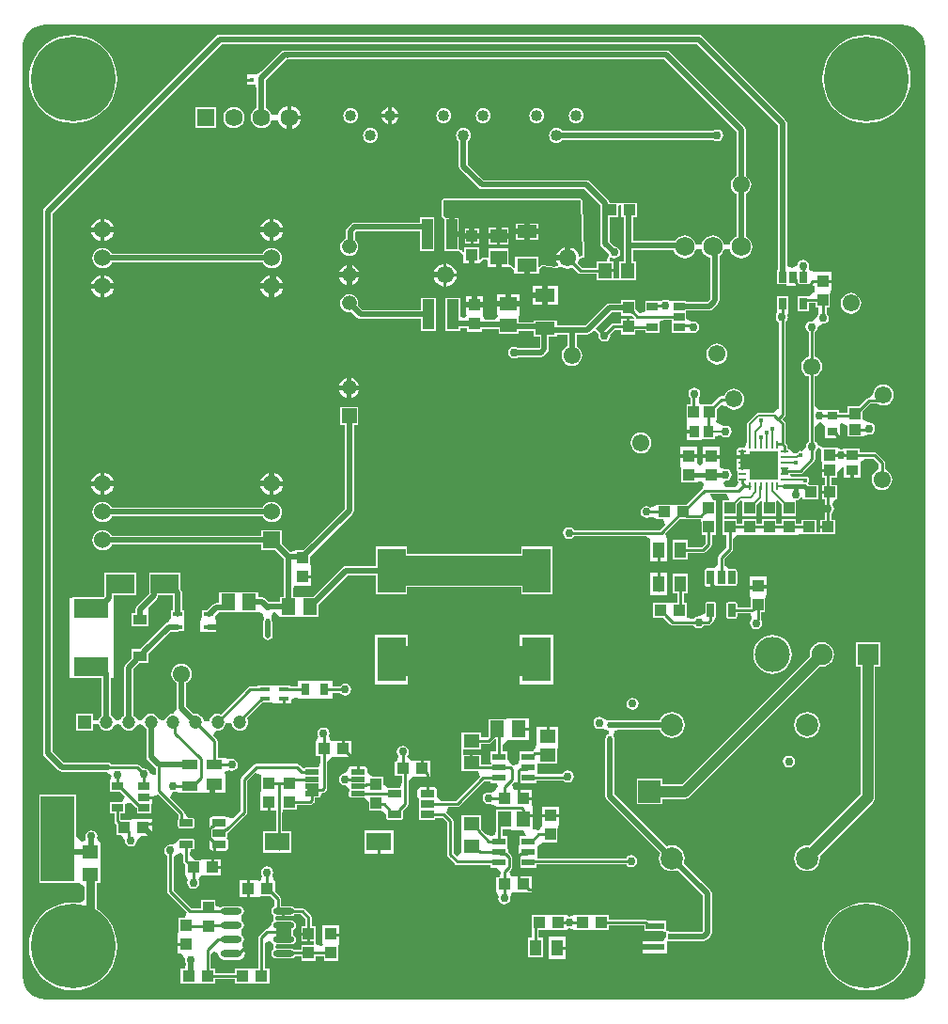
<source format=gbr>
%TF.GenerationSoftware,Altium Limited,Altium Designer,20.0.11 (256)*%
G04 Layer_Physical_Order=1*
G04 Layer_Color=255*
%FSLAX26Y26*%
%MOIN*%
%TF.FileFunction,Copper,L1,Top,Signal*%
%TF.Part,Single*%
G01*
G75*
%TA.AperFunction,SMDPad,CuDef*%
%ADD10R,0.015748X0.018898*%
%ADD11R,0.085827X0.062992*%
%ADD12R,0.086614X0.062992*%
%ADD13R,0.051181X0.059055*%
%ADD14R,0.057087X0.047244*%
G04:AMPARAMS|DCode=15|XSize=17.716mil|YSize=49.213mil|CornerRadius=1.949mil|HoleSize=0mil|Usage=FLASHONLY|Rotation=270.000|XOffset=0mil|YOffset=0mil|HoleType=Round|Shape=RoundedRectangle|*
%AMROUNDEDRECTD15*
21,1,0.017716,0.045315,0,0,270.0*
21,1,0.013819,0.049213,0,0,270.0*
1,1,0.003898,-0.022657,-0.006910*
1,1,0.003898,-0.022657,0.006910*
1,1,0.003898,0.022657,0.006910*
1,1,0.003898,0.022657,-0.006910*
%
%ADD15ROUNDEDRECTD15*%
%ADD16R,0.048032X0.024409*%
%ADD17R,0.059055X0.051181*%
%ADD18R,0.043000X0.039000*%
%ADD19R,0.039370X0.043307*%
G04:AMPARAMS|DCode=20|XSize=9.842mil|YSize=23.622mil|CornerRadius=1.968mil|HoleSize=0mil|Usage=FLASHONLY|Rotation=180.000|XOffset=0mil|YOffset=0mil|HoleType=Round|Shape=RoundedRectangle|*
%AMROUNDEDRECTD20*
21,1,0.009842,0.019685,0,0,180.0*
21,1,0.005906,0.023622,0,0,180.0*
1,1,0.003937,-0.002953,0.009842*
1,1,0.003937,0.002953,0.009842*
1,1,0.003937,0.002953,-0.009842*
1,1,0.003937,-0.002953,-0.009842*
%
%ADD20ROUNDEDRECTD20*%
G04:AMPARAMS|DCode=21|XSize=9.842mil|YSize=23.622mil|CornerRadius=1.968mil|HoleSize=0mil|Usage=FLASHONLY|Rotation=270.000|XOffset=0mil|YOffset=0mil|HoleType=Round|Shape=RoundedRectangle|*
%AMROUNDEDRECTD21*
21,1,0.009842,0.019685,0,0,270.0*
21,1,0.005906,0.023622,0,0,270.0*
1,1,0.003937,-0.009842,-0.002953*
1,1,0.003937,-0.009842,0.002953*
1,1,0.003937,0.009842,0.002953*
1,1,0.003937,0.009842,-0.002953*
%
%ADD21ROUNDEDRECTD21*%
G04:AMPARAMS|DCode=22|XSize=102.362mil|YSize=102.362mil|CornerRadius=2.047mil|HoleSize=0mil|Usage=FLASHONLY|Rotation=180.000|XOffset=0mil|YOffset=0mil|HoleType=Round|Shape=RoundedRectangle|*
%AMROUNDEDRECTD22*
21,1,0.102362,0.098268,0,0,180.0*
21,1,0.098268,0.102362,0,0,180.0*
1,1,0.004094,-0.049134,0.049134*
1,1,0.004094,0.049134,0.049134*
1,1,0.004094,0.049134,-0.049134*
1,1,0.004094,-0.049134,-0.049134*
%
%ADD22ROUNDEDRECTD22*%
%ADD23R,0.098425X0.066929*%
%ADD24R,0.048032X0.035827*%
%ADD25R,0.124016X0.070079*%
%ADD26R,0.035433X0.015748*%
%ADD27R,0.035433X0.027559*%
%ADD28R,0.035433X0.039370*%
%ADD29R,0.070866X0.045276*%
%ADD30R,0.098425X0.157480*%
%ADD31R,0.055118X0.035433*%
%ADD32R,0.055118X0.043307*%
%ADD33R,0.039370X0.106299*%
%ADD34R,0.066929X0.023622*%
%ADD35R,0.039370X0.043307*%
%ADD36R,0.039764X0.057874*%
%ADD37R,0.012795X0.015748*%
%ADD38R,0.047244X0.057087*%
%ADD39R,0.039000X0.043000*%
%ADD40O,0.074803X0.023622*%
%ADD41R,0.027559X0.039370*%
%ADD42R,0.035433X0.015748*%
G04:AMPARAMS|DCode=43|XSize=25.591mil|YSize=47.244mil|CornerRadius=1.919mil|HoleSize=0mil|Usage=FLASHONLY|Rotation=270.000|XOffset=0mil|YOffset=0mil|HoleType=Round|Shape=RoundedRectangle|*
%AMROUNDEDRECTD43*
21,1,0.025591,0.043406,0,0,270.0*
21,1,0.021752,0.047244,0,0,270.0*
1,1,0.003839,-0.021703,-0.010876*
1,1,0.003839,-0.021703,0.010876*
1,1,0.003839,0.021703,0.010876*
1,1,0.003839,0.021703,-0.010876*
%
%ADD43ROUNDEDRECTD43*%
%ADD44R,0.120000X0.300000*%
%ADD45R,0.027559X0.039370*%
%ADD46R,0.043307X0.039370*%
%ADD47R,0.039370X0.027559*%
G04:AMPARAMS|DCode=48|XSize=25.591mil|YSize=47.244mil|CornerRadius=1.919mil|HoleSize=0mil|Usage=FLASHONLY|Rotation=0.000|XOffset=0mil|YOffset=0mil|HoleType=Round|Shape=RoundedRectangle|*
%AMROUNDEDRECTD48*
21,1,0.025591,0.043406,0,0,0.0*
21,1,0.021752,0.047244,0,0,0.0*
1,1,0.003839,0.010876,-0.021703*
1,1,0.003839,-0.010876,-0.021703*
1,1,0.003839,-0.010876,0.021703*
1,1,0.003839,0.010876,0.021703*
%
%ADD48ROUNDEDRECTD48*%
%ADD49R,0.043307X0.039370*%
%ADD50R,0.039370X0.035433*%
%TA.AperFunction,Conductor*%
%ADD51C,0.010000*%
%ADD52C,0.020000*%
%ADD53C,0.008000*%
%ADD54C,0.015000*%
%ADD55C,0.012000*%
%ADD56C,0.040000*%
%ADD57C,0.030000*%
%ADD58R,0.022000X0.024000*%
%ADD59R,0.027328X0.055397*%
%ADD60R,0.041378X0.027205*%
%ADD61R,0.057008X0.050000*%
%ADD62R,0.520000X0.105000*%
%ADD63R,0.575000X0.110000*%
%TA.AperFunction,ComponentPad*%
%ADD64C,0.047244*%
%ADD65R,0.047244X0.047244*%
%ADD66C,0.062598*%
%ADD67R,0.062598X0.062598*%
%ADD68C,0.060000*%
%ADD69R,0.060000X0.060000*%
%ADD70C,0.040000*%
%ADD71C,0.075000*%
%ADD72R,0.075000X0.075000*%
%ADD73C,0.125000*%
%ADD74C,0.300000*%
%ADD75C,0.078740*%
%ADD76R,0.078740X0.078740*%
%ADD77C,0.061024*%
%ADD78C,0.068898*%
%ADD79C,0.100000*%
%ADD80R,0.052283X0.052283*%
%ADD81C,0.052283*%
%TA.AperFunction,ViaPad*%
%ADD82C,0.019685*%
%ADD83C,0.030000*%
%ADD84C,0.016000*%
G36*
X3135000Y3473686D02*
Y3473686D01*
X3154081Y3471469D01*
X3167109Y3467517D01*
X3181615Y3459764D01*
X3194329Y3449329D01*
X3204764Y3436615D01*
X3212517Y3422109D01*
X3216469Y3409082D01*
X3218686Y3390000D01*
X3218686Y3390000D01*
X3218686Y3390000D01*
X3218686Y3370000D01*
Y100001D01*
X3218686Y100000D01*
X3218686Y100000D01*
X3216469Y80918D01*
X3212517Y67891D01*
X3204764Y53386D01*
X3194329Y40671D01*
X3181615Y30236D01*
X3167109Y22483D01*
X3154081Y18531D01*
X3135000Y16314D01*
X3135000Y16314D01*
X3115000Y16314D01*
X100000D01*
X100000Y16314D01*
X80918Y18531D01*
X67891Y22483D01*
X53385Y30236D01*
X40671Y40671D01*
X30236Y53385D01*
X22483Y67891D01*
X18531Y80918D01*
X16314Y100000D01*
Y3390000D01*
X16168Y3390731D01*
X17708Y3406369D01*
X22483Y3422109D01*
X30236Y3436615D01*
X40671Y3449329D01*
X53385Y3459764D01*
X67891Y3467517D01*
X80918Y3471469D01*
X100000Y3473686D01*
Y3473686D01*
X120000Y3473686D01*
X3134999D01*
X3135000Y3473686D01*
D02*
G37*
%LPC*%
G36*
X1327500Y3179272D02*
Y3157500D01*
X1349272D01*
X1349228Y3157832D01*
X1346205Y3165129D01*
X1341396Y3171396D01*
X1335129Y3176205D01*
X1327832Y3179228D01*
X1327500Y3179272D01*
D02*
G37*
G36*
X1312500D02*
X1312168Y3179228D01*
X1304871Y3176205D01*
X1298604Y3171396D01*
X1293795Y3165129D01*
X1290772Y3157832D01*
X1290728Y3157500D01*
X1312500D01*
Y3179272D01*
D02*
G37*
G36*
X969805Y3183973D02*
Y3150805D01*
X1002973D01*
X1002541Y3154086D01*
X998380Y3164133D01*
X991760Y3172760D01*
X983133Y3179380D01*
X973086Y3183541D01*
X969805Y3183973D01*
D02*
G37*
G36*
X1980000Y3176224D02*
X1973213Y3175331D01*
X1966888Y3172711D01*
X1961457Y3168544D01*
X1957289Y3163112D01*
X1954669Y3156787D01*
X1953776Y3150000D01*
X1954669Y3143213D01*
X1957289Y3136888D01*
X1961457Y3131456D01*
X1966888Y3127289D01*
X1973213Y3124669D01*
X1980000Y3123776D01*
X1986787Y3124669D01*
X1993112Y3127289D01*
X1998543Y3131456D01*
X2002711Y3136888D01*
X2005331Y3143213D01*
X2006224Y3150000D01*
X2005331Y3156787D01*
X2002711Y3163112D01*
X1998543Y3168544D01*
X1993112Y3172711D01*
X1986787Y3175331D01*
X1980000Y3176224D01*
D02*
G37*
G36*
X1840000D02*
X1833213Y3175331D01*
X1826888Y3172711D01*
X1821457Y3168544D01*
X1817289Y3163112D01*
X1814669Y3156787D01*
X1813776Y3150000D01*
X1814669Y3143213D01*
X1817289Y3136888D01*
X1821457Y3131456D01*
X1826888Y3127289D01*
X1833213Y3124669D01*
X1840000Y3123776D01*
X1846787Y3124669D01*
X1853112Y3127289D01*
X1858543Y3131456D01*
X1862711Y3136888D01*
X1865331Y3143213D01*
X1866224Y3150000D01*
X1865331Y3156787D01*
X1862711Y3163112D01*
X1858543Y3168544D01*
X1853112Y3172711D01*
X1846787Y3175331D01*
X1840000Y3176224D01*
D02*
G37*
G36*
X1650000D02*
X1643213Y3175331D01*
X1636888Y3172711D01*
X1631457Y3168544D01*
X1627289Y3163112D01*
X1624669Y3156787D01*
X1623776Y3150000D01*
X1624669Y3143213D01*
X1627289Y3136888D01*
X1631457Y3131456D01*
X1636888Y3127289D01*
X1643213Y3124669D01*
X1650000Y3123776D01*
X1656787Y3124669D01*
X1663112Y3127289D01*
X1668543Y3131456D01*
X1672711Y3136888D01*
X1675331Y3143213D01*
X1676224Y3150000D01*
X1675331Y3156787D01*
X1672711Y3163112D01*
X1668543Y3168544D01*
X1663112Y3172711D01*
X1656787Y3175331D01*
X1650000Y3176224D01*
D02*
G37*
G36*
X1510000D02*
X1503213Y3175331D01*
X1496888Y3172711D01*
X1491457Y3168544D01*
X1487289Y3163112D01*
X1484669Y3156787D01*
X1483776Y3150000D01*
X1484669Y3143213D01*
X1487289Y3136888D01*
X1491457Y3131456D01*
X1496888Y3127289D01*
X1503213Y3124669D01*
X1510000Y3123776D01*
X1516787Y3124669D01*
X1523112Y3127289D01*
X1528543Y3131456D01*
X1532711Y3136888D01*
X1535331Y3143213D01*
X1536224Y3150000D01*
X1535331Y3156787D01*
X1532711Y3163112D01*
X1528543Y3168544D01*
X1523112Y3172711D01*
X1516787Y3175331D01*
X1510000Y3176224D01*
D02*
G37*
G36*
X1180000D02*
X1173213Y3175331D01*
X1166888Y3172711D01*
X1161457Y3168544D01*
X1157289Y3163112D01*
X1154669Y3156787D01*
X1153776Y3150000D01*
X1154669Y3143213D01*
X1157289Y3136888D01*
X1161457Y3131456D01*
X1166888Y3127289D01*
X1173213Y3124669D01*
X1180000Y3123776D01*
X1186787Y3124669D01*
X1193112Y3127289D01*
X1198543Y3131456D01*
X1202711Y3136888D01*
X1205331Y3143213D01*
X1206224Y3150000D01*
X1205331Y3156787D01*
X1202711Y3163112D01*
X1198543Y3168544D01*
X1193112Y3172711D01*
X1186787Y3175331D01*
X1180000Y3176224D01*
D02*
G37*
G36*
X3010000Y3436482D02*
X2985521Y3434556D01*
X2961644Y3428824D01*
X2938959Y3419427D01*
X2918022Y3406597D01*
X2899350Y3390650D01*
X2883403Y3371978D01*
X2870573Y3351041D01*
X2861176Y3328356D01*
X2855444Y3304479D01*
X2853518Y3280000D01*
X2855444Y3255521D01*
X2861176Y3231644D01*
X2870573Y3208959D01*
X2883403Y3188022D01*
X2899350Y3169350D01*
X2918022Y3153403D01*
X2938959Y3140573D01*
X2961644Y3131176D01*
X2985521Y3125444D01*
X3010000Y3123518D01*
X3034479Y3125444D01*
X3058356Y3131176D01*
X3081041Y3140573D01*
X3101978Y3153403D01*
X3120650Y3169350D01*
X3136597Y3188022D01*
X3149427Y3208959D01*
X3158824Y3231644D01*
X3164556Y3255521D01*
X3166482Y3280000D01*
X3164556Y3304479D01*
X3158824Y3328356D01*
X3149427Y3351041D01*
X3136597Y3371978D01*
X3120650Y3390650D01*
X3101978Y3406597D01*
X3081041Y3419427D01*
X3058356Y3428824D01*
X3034479Y3434556D01*
X3010000Y3436482D01*
D02*
G37*
G36*
X195000D02*
X170521Y3434556D01*
X146644Y3428824D01*
X123959Y3419427D01*
X103022Y3406597D01*
X84350Y3390650D01*
X68403Y3371978D01*
X55573Y3351041D01*
X46176Y3328356D01*
X40444Y3304479D01*
X38518Y3280000D01*
X40444Y3255521D01*
X46176Y3231644D01*
X55573Y3208959D01*
X68403Y3188022D01*
X84350Y3169350D01*
X103022Y3153403D01*
X123959Y3140573D01*
X146644Y3131176D01*
X170521Y3125444D01*
X195000Y3123518D01*
X219479Y3125444D01*
X243356Y3131176D01*
X266041Y3140573D01*
X286978Y3153403D01*
X305650Y3169350D01*
X321597Y3188022D01*
X334427Y3208959D01*
X343824Y3231644D01*
X349556Y3255521D01*
X351482Y3280000D01*
X349556Y3304479D01*
X343824Y3328356D01*
X334427Y3351041D01*
X321597Y3371978D01*
X305650Y3390650D01*
X286978Y3406597D01*
X266041Y3419427D01*
X243356Y3428824D01*
X219479Y3434556D01*
X195000Y3436482D01*
D02*
G37*
G36*
X1349272Y3142500D02*
X1327500D01*
Y3120728D01*
X1327832Y3120772D01*
X1335129Y3123795D01*
X1341396Y3128604D01*
X1346205Y3134871D01*
X1349228Y3142168D01*
X1349272Y3142500D01*
D02*
G37*
G36*
X1312500D02*
X1290728D01*
X1290772Y3142168D01*
X1293795Y3134871D01*
X1298604Y3128604D01*
X1304871Y3123795D01*
X1312168Y3120772D01*
X1312500Y3120728D01*
Y3142500D01*
D02*
G37*
G36*
X704328Y3180604D02*
X629730D01*
Y3106006D01*
X704328D01*
Y3180604D01*
D02*
G37*
G36*
X765454Y3180926D02*
X755717Y3179644D01*
X746644Y3175886D01*
X738852Y3169907D01*
X732874Y3162116D01*
X729115Y3153042D01*
X727833Y3143305D01*
X729115Y3133568D01*
X732874Y3124494D01*
X738852Y3116703D01*
X746644Y3110724D01*
X755717Y3106966D01*
X765454Y3105684D01*
X775192Y3106966D01*
X784265Y3110724D01*
X792057Y3116703D01*
X798035Y3124494D01*
X801794Y3133568D01*
X803076Y3143305D01*
X801794Y3153042D01*
X798035Y3162116D01*
X792057Y3169907D01*
X784265Y3175886D01*
X775192Y3179644D01*
X765454Y3180926D01*
D02*
G37*
G36*
X1002973Y3135805D02*
X969805D01*
Y3102637D01*
X973086Y3103069D01*
X983133Y3107230D01*
X991760Y3113850D01*
X998380Y3122477D01*
X1002541Y3132524D01*
X1002973Y3135805D01*
D02*
G37*
G36*
X1910000Y3106224D02*
X1903213Y3105331D01*
X1896888Y3102711D01*
X1891457Y3098544D01*
X1887289Y3093112D01*
X1884669Y3086787D01*
X1883776Y3080000D01*
X1884669Y3073213D01*
X1887289Y3066888D01*
X1891457Y3061456D01*
X1896888Y3057289D01*
X1903213Y3054669D01*
X1910000Y3053776D01*
X1916787Y3054669D01*
X1923112Y3057289D01*
X1928543Y3061456D01*
X1930255Y3063686D01*
X2466616D01*
X2471806Y3060218D01*
X2480000Y3058589D01*
X2488194Y3060218D01*
X2495140Y3064860D01*
X2499782Y3071806D01*
X2501411Y3080000D01*
X2499782Y3088194D01*
X2495140Y3095140D01*
X2488194Y3099782D01*
X2480000Y3101411D01*
X2471806Y3099782D01*
X2466616Y3096314D01*
X1930255D01*
X1928543Y3098544D01*
X1923112Y3102711D01*
X1916787Y3105331D01*
X1910000Y3106224D01*
D02*
G37*
G36*
X1250000D02*
X1243213Y3105331D01*
X1236888Y3102711D01*
X1231457Y3098544D01*
X1227289Y3093112D01*
X1224669Y3086787D01*
X1223776Y3080000D01*
X1224669Y3073213D01*
X1227289Y3066888D01*
X1231457Y3061456D01*
X1236888Y3057289D01*
X1243213Y3054669D01*
X1250000Y3053776D01*
X1256787Y3054669D01*
X1263112Y3057289D01*
X1268543Y3061456D01*
X1272711Y3066888D01*
X1275331Y3073213D01*
X1276224Y3080000D01*
X1275331Y3086787D01*
X1272711Y3093112D01*
X1268543Y3098544D01*
X1263112Y3102711D01*
X1256787Y3105331D01*
X1250000Y3106224D01*
D02*
G37*
G36*
X1477378Y2789150D02*
X1426008D01*
Y2771314D01*
X1193227D01*
X1193227Y2771314D01*
X1186984Y2770072D01*
X1181691Y2766535D01*
X1167833Y2752677D01*
X1164297Y2747385D01*
X1163055Y2741142D01*
Y2714842D01*
X1158791Y2713076D01*
X1152076Y2707924D01*
X1146924Y2701209D01*
X1143686Y2693391D01*
X1142581Y2685000D01*
X1143686Y2676609D01*
X1146924Y2668791D01*
X1149179Y2665852D01*
D01*
X1152076Y2662076D01*
X1158791Y2656924D01*
X1166609Y2653686D01*
X1175000Y2652581D01*
X1183391Y2653686D01*
X1191209Y2656924D01*
X1197924Y2662076D01*
X1203076Y2668791D01*
X1206314Y2676609D01*
X1207419Y2685000D01*
X1206314Y2693391D01*
X1203076Y2701209D01*
X1197924Y2707924D01*
X1195682Y2709644D01*
Y2734385D01*
X1199984Y2738686D01*
X1426008D01*
Y2670850D01*
X1477378D01*
Y2758387D01*
Y2789150D01*
D02*
G37*
G36*
X907500Y2784358D02*
Y2752500D01*
X939358D01*
X938971Y2755442D01*
X934940Y2765173D01*
X928528Y2773528D01*
X920173Y2779940D01*
X910442Y2783970D01*
X907500Y2784358D01*
D02*
G37*
G36*
X307500D02*
Y2752500D01*
X339358D01*
X338971Y2755442D01*
X334940Y2765173D01*
X328528Y2773528D01*
X320173Y2779940D01*
X310442Y2783970D01*
X307500Y2784358D01*
D02*
G37*
G36*
X892500D02*
X889558Y2783970D01*
X879827Y2779940D01*
X871472Y2773528D01*
X865060Y2765173D01*
X861029Y2755442D01*
X860642Y2752500D01*
X892500D01*
Y2784358D01*
D02*
G37*
G36*
X292500D02*
X289558Y2783970D01*
X279827Y2779940D01*
X271472Y2773528D01*
X265060Y2765173D01*
X261029Y2755442D01*
X260642Y2752500D01*
X292500D01*
Y2784358D01*
D02*
G37*
G36*
X939358Y2737500D02*
X907500D01*
Y2705642D01*
X910442Y2706030D01*
X920173Y2710060D01*
X928528Y2716472D01*
X934940Y2724827D01*
X938971Y2734558D01*
X939358Y2737500D01*
D02*
G37*
G36*
X339358D02*
X307500D01*
Y2705642D01*
X310442Y2706030D01*
X320173Y2710060D01*
X328528Y2716472D01*
X334940Y2724827D01*
X338971Y2734558D01*
X339358Y2737500D01*
D02*
G37*
G36*
X892500D02*
X860642D01*
X861029Y2734558D01*
X865060Y2724827D01*
X871472Y2716472D01*
X879827Y2710060D01*
X889558Y2706030D01*
X892500Y2705642D01*
Y2737500D01*
D02*
G37*
G36*
X292500D02*
X260642D01*
X261029Y2734558D01*
X265060Y2724827D01*
X271472Y2716472D01*
X279827Y2710060D01*
X289558Y2706030D01*
X292500Y2705642D01*
Y2737500D01*
D02*
G37*
G36*
X2300000Y3381314D02*
X945000D01*
X938757Y3380072D01*
X933465Y3376535D01*
X862106Y3305177D01*
X845021Y3295215D01*
X832570Y3294874D01*
X825814Y3294874D01*
X811602D01*
Y3259126D01*
X844398Y3259126D01*
X847566Y3240439D01*
Y3176920D01*
X845069Y3175886D01*
X837278Y3169907D01*
X831299Y3162116D01*
X827540Y3153042D01*
X826259Y3143305D01*
X827540Y3133568D01*
X831299Y3124494D01*
X837278Y3116703D01*
X845069Y3110724D01*
X854143Y3106966D01*
X863880Y3105684D01*
X873617Y3106966D01*
X882690Y3110724D01*
X890482Y3116703D01*
X896460Y3124494D01*
X899567Y3131995D01*
X904895Y3133344D01*
X919027Y3132669D01*
X922425Y3131662D01*
X923164Y3129878D01*
X926230Y3122477D01*
X932850Y3113850D01*
X941477Y3107230D01*
X951524Y3103069D01*
X954805Y3102637D01*
Y3143305D01*
Y3183973D01*
X951524Y3183541D01*
X941477Y3179380D01*
X932850Y3172760D01*
X926230Y3164133D01*
X923164Y3156732D01*
X922425Y3154948D01*
X919027Y3153941D01*
X904895Y3153266D01*
X899567Y3154615D01*
X896460Y3162116D01*
X890482Y3169907D01*
X882690Y3175886D01*
X880193Y3176920D01*
Y3277122D01*
X951757Y3348686D01*
X955624D01*
X956614Y3348490D01*
X957604Y3348686D01*
X2293243D01*
X2548686Y3093243D01*
Y2937763D01*
X2546587Y2936893D01*
X2538959Y2931041D01*
X2533107Y2923413D01*
X2529428Y2914532D01*
X2528173Y2905000D01*
X2529428Y2895468D01*
X2533107Y2886587D01*
X2538959Y2878959D01*
X2546587Y2873107D01*
X2548686Y2872237D01*
Y2722024D01*
X2544601Y2720332D01*
X2536152Y2713848D01*
X2529668Y2705399D01*
X2526482Y2697707D01*
X2525592Y2695559D01*
X2524740Y2693897D01*
X2505260D01*
X2504408Y2695559D01*
X2503733Y2697189D01*
X2500332Y2705399D01*
X2493848Y2713848D01*
X2485399Y2720332D01*
X2475559Y2724408D01*
X2465000Y2725798D01*
X2454441Y2724408D01*
X2444601Y2720332D01*
X2436152Y2713848D01*
X2429668Y2705399D01*
X2426482Y2697707D01*
X2425592Y2695559D01*
X2424740Y2693897D01*
X2405260D01*
X2404408Y2695559D01*
X2403733Y2697189D01*
X2400332Y2705399D01*
X2393848Y2713848D01*
X2385399Y2720332D01*
X2375559Y2724408D01*
X2365000Y2725798D01*
X2354441Y2724408D01*
X2344601Y2720332D01*
X2336152Y2713848D01*
X2330370Y2706314D01*
X2181718D01*
Y2789500D01*
X2195746D01*
Y2840500D01*
X2148817D01*
X2128817Y2840500D01*
X2120746Y2840500D01*
X2098625D01*
X2097429Y2846513D01*
X2093892Y2851806D01*
X2029163Y2916535D01*
X2023870Y2920072D01*
X2017627Y2921314D01*
X1651757D01*
X1596313Y2976757D01*
Y3059745D01*
X1598543Y3061456D01*
X1602711Y3066888D01*
X1605331Y3073213D01*
X1606224Y3080000D01*
X1605331Y3086787D01*
X1602711Y3093112D01*
X1598543Y3098544D01*
X1593112Y3102711D01*
X1586787Y3105331D01*
X1580000Y3106224D01*
X1573213Y3105331D01*
X1566888Y3102711D01*
X1561457Y3098544D01*
X1557289Y3093112D01*
X1554669Y3086787D01*
X1553776Y3080000D01*
X1554669Y3073213D01*
X1557289Y3066888D01*
X1561457Y3061456D01*
X1563687Y3059745D01*
Y2970000D01*
X1564928Y2963757D01*
X1568465Y2958465D01*
X1633465Y2893465D01*
X1638757Y2889928D01*
X1645000Y2888686D01*
X2010870D01*
X2066044Y2833513D01*
Y2800000D01*
Y2697643D01*
X2067285Y2691400D01*
X2070822Y2686108D01*
X2094001Y2662929D01*
X2095218Y2656806D01*
X2096730Y2654543D01*
X2090934Y2638456D01*
X2087871Y2634543D01*
X2054202D01*
Y2611215D01*
X1999646D01*
X1985655Y2625207D01*
X1988814Y2637173D01*
X1992190Y2644294D01*
X2002632Y2645166D01*
X2004714Y2646240D01*
X2006844Y2647213D01*
X2006902Y2647368D01*
X2007049Y2647444D01*
X2007763Y2649675D01*
X2008581Y2651870D01*
X2001490Y2850232D01*
X2000502Y2852395D01*
X1999592Y2854592D01*
X1999477Y2854640D01*
X1999425Y2854753D01*
X1997197Y2855584D01*
X1995000Y2856494D01*
X1510000D01*
X1505408Y2854592D01*
X1503506Y2850000D01*
X1503505Y2803965D01*
X1503505Y2793149D01*
X1503506Y2793149D01*
X1505408Y2788557D01*
X1509999Y2786655D01*
X1510000Y2786655D01*
X1512622Y2784033D01*
Y2749201D01*
D01*
Y2670850D01*
X1563098D01*
X1563400Y2670121D01*
X1563400Y2670121D01*
X1563401Y2670120D01*
D01*
D01*
X1564484Y2669671D01*
X1565283Y2668811D01*
X1569703Y2666781D01*
X1570450Y2666753D01*
X1571067Y2666330D01*
D01*
X1579260Y2656278D01*
X1579437Y2655881D01*
X1580315Y2653545D01*
Y2624882D01*
X1600000D01*
Y2656536D01*
X1620000D01*
Y2624882D01*
X1639685D01*
Y2629766D01*
X1653119Y2641015D01*
X1661565Y2639449D01*
X1662552Y2639029D01*
X1665473Y2631738D01*
Y2612008D01*
X1695000D01*
Y2647598D01*
X1715000D01*
Y2612008D01*
X1744527D01*
Y2612008D01*
X1744527D01*
X1747051Y2612614D01*
X1759567Y2602281D01*
Y2588307D01*
X1795000D01*
Y2620945D01*
X1815000D01*
Y2588307D01*
X1850433D01*
Y2601399D01*
D01*
Y2605234D01*
X1861808Y2615012D01*
X1906077Y2608290D01*
X1906991Y2608516D01*
X1907901Y2608272D01*
X1907901Y2608273D01*
X1909316Y2609090D01*
D01*
X1910902Y2609482D01*
X1910902Y2609482D01*
Y2609482D01*
X1922057Y2611952D01*
X1930789Y2613010D01*
X1935917Y2611313D01*
X1940468Y2609428D01*
X1950000Y2608173D01*
X1959532Y2609428D01*
X1966729Y2612409D01*
X1987069Y2592070D01*
X1987069Y2592069D01*
X1990708Y2589638D01*
X1995000Y2588784D01*
X1995001Y2588785D01*
X2054202D01*
Y2565457D01*
X2112942D01*
X2113446Y2565457D01*
X2132942D01*
X2133446Y2565457D01*
X2192186D01*
Y2634543D01*
X2181718D01*
Y2673686D01*
X2325905D01*
X2329668Y2664601D01*
X2336152Y2656152D01*
X2344601Y2649668D01*
X2354441Y2645592D01*
X2365000Y2644202D01*
X2375559Y2645592D01*
X2385399Y2649668D01*
X2393848Y2656152D01*
X2400332Y2664601D01*
X2403518Y2672293D01*
X2404408Y2674441D01*
X2405260Y2676103D01*
X2424740D01*
X2425592Y2674441D01*
X2426267Y2672811D01*
X2429668Y2664601D01*
X2436152Y2656152D01*
X2444601Y2649668D01*
X2454441Y2645592D01*
X2455972Y2645391D01*
Y2500573D01*
X2446516Y2491117D01*
X2370685D01*
Y2494583D01*
X2331226D01*
X2322065Y2494583D01*
X2318491Y2494620D01*
X2299686Y2495479D01*
X2295000Y2496411D01*
X2276197Y2494583D01*
X2276197Y2494583D01*
X2224827D01*
X2224827Y2455024D01*
X2207481Y2448617D01*
X2206533D01*
X2190685Y2464465D01*
Y2496118D01*
X2139315D01*
Y2484778D01*
X2098465D01*
X2092222Y2483536D01*
X2086929Y2480000D01*
X2013243Y2406314D01*
X1911433D01*
Y2424583D01*
X1828567D01*
Y2418085D01*
X1775527D01*
Y2433468D01*
X1779528Y2446811D01*
D01*
X1779527Y2452532D01*
Y2457532D01*
Y2472402D01*
X1740000D01*
X1700473D01*
Y2452532D01*
X1700472Y2446811D01*
X1702250Y2440881D01*
X1692778Y2425881D01*
X1657379D01*
X1647907Y2440881D01*
X1649685Y2446811D01*
D01*
X1649685Y2452532D01*
Y2457532D01*
Y2468465D01*
X1620000D01*
X1590315D01*
Y2452532D01*
X1590315Y2446811D01*
X1591503Y2442849D01*
X1583992Y2432106D01*
X1568992Y2436829D01*
Y2438116D01*
Y2504150D01*
X1517622D01*
Y2385850D01*
X1568992D01*
Y2395222D01*
X1594315D01*
Y2383882D01*
X1645685D01*
Y2393253D01*
X1704473D01*
Y2376008D01*
X1775527D01*
Y2385458D01*
X1828567D01*
Y2367307D01*
X1851347D01*
Y2328473D01*
X1849188Y2326314D01*
X1773384D01*
X1768194Y2329782D01*
X1760000Y2331411D01*
X1751806Y2329782D01*
X1744860Y2325140D01*
X1740218Y2318194D01*
X1738589Y2310000D01*
X1740218Y2301806D01*
X1744860Y2294860D01*
X1751806Y2290218D01*
X1760000Y2288589D01*
X1768194Y2290218D01*
X1773384Y2293686D01*
X1855945D01*
X1862188Y2294928D01*
X1867480Y2298465D01*
X1879196Y2310180D01*
X1882732Y2315473D01*
X1883974Y2321716D01*
Y2367307D01*
X1911433D01*
Y2373686D01*
X1948687D01*
Y2332763D01*
X1946587Y2331893D01*
X1938959Y2326041D01*
X1933107Y2318413D01*
X1929428Y2309532D01*
X1928173Y2300000D01*
X1929428Y2290468D01*
X1933107Y2281587D01*
X1938959Y2273959D01*
X1946587Y2268107D01*
X1955468Y2264428D01*
X1965000Y2263173D01*
X1974532Y2264428D01*
X1983413Y2268107D01*
X1991041Y2273959D01*
X1996893Y2281587D01*
X2000572Y2290468D01*
X2001827Y2300000D01*
X2000572Y2309532D01*
X1996893Y2318413D01*
X1991041Y2326041D01*
X1983413Y2331893D01*
X1981313Y2332763D01*
Y2373686D01*
X2020000D01*
X2026243Y2374928D01*
X2031535Y2378465D01*
X2042829Y2389758D01*
X2044357Y2389976D01*
X2050501Y2385412D01*
X2059692Y2375547D01*
X2058589Y2370000D01*
X2060218Y2361806D01*
X2064860Y2354860D01*
X2071806Y2350218D01*
X2080000Y2348589D01*
X2088194Y2350218D01*
X2095140Y2354860D01*
X2099782Y2361806D01*
X2101411Y2370000D01*
X2100491Y2374629D01*
X2116181Y2390320D01*
X2139315D01*
Y2373882D01*
X2190685D01*
Y2388785D01*
X2224827D01*
Y2380220D01*
X2276197D01*
Y2419779D01*
X2293543Y2426186D01*
X2319315D01*
Y2380220D01*
X2370685D01*
Y2380220D01*
X2390389Y2379506D01*
X2395000Y2378589D01*
X2403194Y2380218D01*
X2410140Y2384860D01*
X2414782Y2391806D01*
X2416411Y2400000D01*
X2414782Y2408194D01*
X2410140Y2415140D01*
X2403194Y2419782D01*
X2395000Y2421411D01*
X2390685Y2420553D01*
X2377001Y2427860D01*
X2370685Y2433064D01*
Y2458490D01*
X2453273D01*
X2459516Y2459731D01*
X2464809Y2463268D01*
X2480006Y2478465D01*
X2483542Y2483757D01*
X2483988Y2486001D01*
X2487357Y2491043D01*
X2488599Y2497286D01*
Y2652124D01*
X2493848Y2656152D01*
X2500332Y2664601D01*
X2503518Y2672293D01*
X2504408Y2674441D01*
X2505260Y2676103D01*
X2524740D01*
X2525592Y2674441D01*
X2526267Y2672811D01*
X2529668Y2664601D01*
X2536152Y2656152D01*
X2544601Y2649668D01*
X2554441Y2645592D01*
X2565000Y2644202D01*
X2575559Y2645592D01*
X2585399Y2649668D01*
X2593848Y2656152D01*
X2600332Y2664601D01*
X2604408Y2674441D01*
X2605798Y2685000D01*
X2604408Y2695559D01*
X2600332Y2705399D01*
X2593848Y2713848D01*
X2585399Y2720332D01*
X2581314Y2722024D01*
Y2872237D01*
X2583413Y2873107D01*
X2591041Y2878959D01*
X2596893Y2886587D01*
X2600572Y2895468D01*
X2601827Y2905000D01*
X2600572Y2914532D01*
X2596893Y2923413D01*
X2591041Y2931041D01*
X2583413Y2936893D01*
X2581314Y2937763D01*
Y3100000D01*
X2580072Y3106243D01*
X2576535Y3111535D01*
X2311535Y3376535D01*
X2306243Y3380072D01*
X2300000Y3381314D01*
D02*
G37*
G36*
X900000Y2681311D02*
X890602Y2680073D01*
X881845Y2676446D01*
X874324Y2670675D01*
X868554Y2663155D01*
X867791Y2661314D01*
X332209D01*
X331446Y2663155D01*
X325675Y2670675D01*
X318155Y2676446D01*
X309398Y2680073D01*
X300000Y2681311D01*
X290602Y2680073D01*
X281845Y2676446D01*
X274325Y2670675D01*
X268554Y2663155D01*
X264927Y2654398D01*
X263689Y2645000D01*
X264927Y2635602D01*
X268554Y2626845D01*
X274325Y2619325D01*
X281845Y2613554D01*
X290602Y2609927D01*
X300000Y2608689D01*
X309398Y2609927D01*
X318155Y2613554D01*
X325675Y2619325D01*
X331446Y2626845D01*
X332209Y2628686D01*
X867791D01*
X868554Y2626845D01*
X874324Y2619325D01*
X881845Y2613554D01*
X890602Y2609927D01*
X900000Y2608689D01*
X909398Y2609927D01*
X918155Y2613554D01*
X925676Y2619325D01*
X931446Y2626845D01*
X935073Y2635602D01*
X936311Y2645000D01*
X935073Y2654398D01*
X931446Y2663155D01*
X925676Y2670675D01*
X918155Y2676446D01*
X909398Y2680073D01*
X900000Y2681311D01*
D02*
G37*
G36*
X1185000Y2619977D02*
Y2595000D01*
X1209977D01*
X1206570Y2603227D01*
X1200777Y2610777D01*
X1193227Y2616570D01*
X1185000Y2619977D01*
D02*
G37*
G36*
X1165000D02*
X1156773Y2616570D01*
D01*
X1149223Y2610777D01*
X1149179Y2610719D01*
X1143430Y2603227D01*
X1139789Y2594435D01*
X1139534Y2592500D01*
X1165000D01*
Y2619977D01*
D02*
G37*
G36*
X1520000Y2625203D02*
Y2590000D01*
X1555203D01*
X1554469Y2595576D01*
X1550387Y2605431D01*
X1543893Y2613893D01*
X1535431Y2620387D01*
X1525576Y2624469D01*
X1520000Y2625203D01*
D02*
G37*
G36*
X1510000D02*
X1504424Y2624469D01*
X1494569Y2620387D01*
X1486107Y2613893D01*
X1479613Y2605431D01*
X1475531Y2595576D01*
X1474797Y2590000D01*
X1510000D01*
Y2625203D01*
D02*
G37*
G36*
X907500Y2584358D02*
Y2552500D01*
X939358D01*
X938971Y2555442D01*
X934940Y2565173D01*
X928528Y2573528D01*
X920173Y2579940D01*
X910442Y2583970D01*
X907500Y2584358D01*
D02*
G37*
G36*
X307500D02*
Y2552500D01*
X339358D01*
X338971Y2555442D01*
X334940Y2565173D01*
X328528Y2573528D01*
X320173Y2579940D01*
X310442Y2583970D01*
X307500Y2584358D01*
D02*
G37*
G36*
X892500D02*
X889558Y2583970D01*
X879827Y2579940D01*
X871472Y2573528D01*
X865060Y2565173D01*
X861029Y2555442D01*
X860642Y2552500D01*
X892500D01*
Y2584358D01*
D02*
G37*
G36*
X292500D02*
X289558Y2583970D01*
X279827Y2579940D01*
X271472Y2573528D01*
X265060Y2565173D01*
X261029Y2555442D01*
X260642Y2552500D01*
X292500D01*
Y2584358D01*
D02*
G37*
G36*
X1209977Y2575000D02*
X1185000D01*
Y2550023D01*
X1193227Y2553430D01*
X1200777Y2559223D01*
X1206570Y2566773D01*
X1209977Y2575000D01*
D02*
G37*
G36*
X1165000Y2577500D02*
X1139534D01*
X1139789Y2575565D01*
X1143430Y2566773D01*
X1149179Y2559281D01*
X1149223Y2559223D01*
X1156773Y2553430D01*
X1165000Y2550023D01*
Y2577500D01*
D02*
G37*
G36*
X1555203Y2580000D02*
X1520000D01*
Y2544797D01*
X1525576Y2545531D01*
X1535431Y2549613D01*
X1543893Y2556107D01*
X1550387Y2564569D01*
X1554469Y2574424D01*
X1555203Y2580000D01*
D02*
G37*
G36*
X1510000D02*
X1474797D01*
X1475531Y2574424D01*
X1479613Y2564569D01*
X1486107Y2556107D01*
X1494569Y2549613D01*
X1504424Y2545531D01*
X1510000Y2544797D01*
Y2580000D01*
D02*
G37*
G36*
X1860000Y2546693D02*
X1824567D01*
Y2524055D01*
X1860000D01*
Y2546693D01*
D02*
G37*
G36*
X939358Y2537500D02*
X907500D01*
Y2505642D01*
X910442Y2506030D01*
X920173Y2510060D01*
X928528Y2516472D01*
X934940Y2524827D01*
X938971Y2534558D01*
X939358Y2537500D01*
D02*
G37*
G36*
X339358D02*
X307500D01*
Y2505642D01*
X310442Y2506030D01*
X320173Y2510060D01*
X328528Y2516472D01*
X334940Y2524827D01*
X338971Y2534558D01*
X339358Y2537500D01*
D02*
G37*
G36*
X892500D02*
X860642D01*
X861029Y2534558D01*
X865060Y2524827D01*
X871472Y2516472D01*
X879827Y2510060D01*
X889558Y2506030D01*
X892500Y2505642D01*
Y2537500D01*
D02*
G37*
G36*
X292500D02*
X260642D01*
X261029Y2534558D01*
X265060Y2524827D01*
X271472Y2516472D01*
X279827Y2510060D01*
X289558Y2506030D01*
X292500Y2505642D01*
Y2537500D01*
D02*
G37*
G36*
X1779527Y2517992D02*
X1750000D01*
Y2492402D01*
X1779527D01*
Y2517992D01*
D02*
G37*
G36*
X1730000D02*
X1700473D01*
Y2492402D01*
X1730000D01*
Y2517992D01*
D02*
G37*
G36*
X1649685Y2510118D02*
X1630000D01*
Y2488465D01*
X1649685D01*
Y2510118D01*
D02*
G37*
G36*
X1610000D02*
X1590315D01*
Y2488465D01*
X1610000D01*
Y2510118D01*
D02*
G37*
G36*
X1915433Y2546693D02*
X1880000D01*
Y2514055D01*
Y2481417D01*
X1915433D01*
Y2546693D01*
D02*
G37*
G36*
X1860000Y2504055D02*
X1824567D01*
Y2481417D01*
X1860000D01*
Y2504055D01*
D02*
G37*
G36*
X2955000Y2521827D02*
X2945468Y2520572D01*
X2936587Y2516893D01*
X2928959Y2511041D01*
X2923107Y2503413D01*
X2919428Y2494532D01*
X2918173Y2485000D01*
X2919428Y2475468D01*
X2923107Y2466587D01*
X2928959Y2458959D01*
X2936587Y2453107D01*
X2945468Y2449428D01*
X2955000Y2448173D01*
X2964532Y2449428D01*
X2973413Y2453107D01*
X2981041Y2458959D01*
X2986893Y2466587D01*
X2990572Y2475468D01*
X2991827Y2485000D01*
X2990572Y2494532D01*
X2986893Y2503413D01*
X2981041Y2511041D01*
X2973413Y2516893D01*
X2964532Y2520572D01*
X2955000Y2521827D01*
D02*
G37*
G36*
X2415000Y3436314D02*
X715000D01*
X708757Y3435072D01*
X703465Y3431535D01*
X93465Y2821535D01*
X89928Y2816243D01*
X88686Y2810000D01*
Y890000D01*
X89928Y883757D01*
X93465Y878465D01*
X143465Y828465D01*
X148757Y824928D01*
X155000Y823687D01*
X312879D01*
X324022Y817841D01*
X331154Y809312D01*
X327071Y791904D01*
X327071Y791904D01*
Y752345D01*
X362580D01*
X377824Y737101D01*
X369539Y717101D01*
X362128Y717101D01*
X327071D01*
Y677542D01*
X341540D01*
Y648312D01*
X341540Y648311D01*
X342394Y644019D01*
X344825Y640380D01*
X348882Y636324D01*
Y600815D01*
X363930D01*
X367332Y598388D01*
X378589Y581000D01*
X380218Y572806D01*
X384860Y565860D01*
X391806Y561218D01*
X400000Y559589D01*
X408194Y561218D01*
X415140Y565860D01*
X419782Y572806D01*
X421411Y581000D01*
X436766Y596666D01*
X437105Y596815D01*
X475118D01*
Y656185D01*
X411811D01*
Y656185D01*
X393468Y652185D01*
X364743D01*
X363971Y652957D01*
Y677542D01*
X378441D01*
Y699871D01*
X378441Y708199D01*
X398441Y716484D01*
X416754Y698171D01*
X416754Y698170D01*
X420393Y695739D01*
X421559Y695507D01*
Y677542D01*
X472929D01*
Y710943D01*
X476929D01*
Y736536D01*
X477749Y737192D01*
X496929Y743783D01*
X569011Y671701D01*
Y658230D01*
X567767Y656367D01*
X567152Y653278D01*
Y631525D01*
X567767Y628436D01*
X569517Y625816D01*
X572137Y624066D01*
X575226Y623451D01*
X618632D01*
X621722Y624066D01*
X624341Y625816D01*
X626092Y628436D01*
X626706Y631525D01*
Y653278D01*
X626092Y656367D01*
X624341Y658987D01*
X621722Y660737D01*
X618632Y661352D01*
X603646D01*
X591442Y676347D01*
X590588Y680639D01*
X588157Y684278D01*
X588157Y684278D01*
X537944Y734490D01*
X548050Y752669D01*
X550472Y752187D01*
X557134Y753512D01*
X558590Y753398D01*
X577134Y749882D01*
Y749882D01*
X639774D01*
X659654Y749819D01*
X659748Y749819D01*
Y749819D01*
X734866D01*
Y806342D01*
X734866Y813126D01*
X732565Y823678D01*
X750904Y829522D01*
X759098Y827893D01*
X767291Y829522D01*
X774238Y834164D01*
X778879Y841110D01*
X780509Y849304D01*
X778879Y857498D01*
X774238Y864444D01*
X767291Y869086D01*
X759098Y870715D01*
X750904Y869086D01*
X750866Y869060D01*
X730866Y872118D01*
Y872118D01*
X708523D01*
Y931905D01*
X708523Y931905D01*
X707669Y936197D01*
X705238Y939836D01*
X692301Y952773D01*
X698187Y966424D01*
X702520Y970838D01*
X707953Y970122D01*
X715686Y971140D01*
X722891Y974125D01*
X729079Y978873D01*
X733827Y985061D01*
X736812Y992267D01*
X737236Y995490D01*
X757409D01*
X757833Y992267D01*
X760818Y985061D01*
X765566Y978873D01*
X771754Y974125D01*
X778960Y971140D01*
X786693Y970122D01*
X794426Y971140D01*
X801632Y974125D01*
X807820Y978873D01*
X812568Y985061D01*
X815552Y992267D01*
X816571Y1000000D01*
X815552Y1007733D01*
X812568Y1014939D01*
X812063Y1015596D01*
X866845Y1070378D01*
X895570Y1070378D01*
X913913Y1066378D01*
X916760Y1066378D01*
X969346D01*
Y1078936D01*
X989346Y1088211D01*
X992441Y1085592D01*
Y1084252D01*
X1114488D01*
X1114488Y1084252D01*
Y1104533D01*
X1142238D01*
X1144860Y1100608D01*
X1151806Y1095967D01*
X1160000Y1094337D01*
X1168194Y1095967D01*
X1175140Y1100608D01*
X1179782Y1107554D01*
X1181411Y1115748D01*
X1179782Y1123942D01*
X1175140Y1130888D01*
X1168194Y1135530D01*
X1160000Y1137160D01*
X1151806Y1135530D01*
X1144860Y1130888D01*
X1142237Y1126964D01*
X1114488D01*
Y1147244D01*
X992441D01*
Y1126964D01*
X965346D01*
Y1129622D01*
X918417D01*
X917913Y1129622D01*
X898417D01*
X897913Y1129622D01*
X850984D01*
Y1126964D01*
X823701D01*
X819409Y1126110D01*
X815770Y1123679D01*
X815770Y1123678D01*
X719409Y1027317D01*
X715686Y1028860D01*
X707953Y1029878D01*
X700220Y1028860D01*
X693014Y1025875D01*
X686826Y1021127D01*
X682078Y1014939D01*
X679093Y1007733D01*
X678669Y1004510D01*
X658496D01*
X658072Y1007733D01*
X655087Y1014939D01*
X650339Y1021127D01*
X644151Y1025875D01*
X636945Y1028860D01*
X629212Y1029878D01*
X623198Y1029086D01*
X596313Y1055970D01*
Y1138237D01*
X598413Y1139107D01*
X606041Y1144959D01*
X611893Y1152587D01*
X615572Y1161468D01*
X616827Y1171000D01*
X615572Y1180532D01*
X611893Y1189413D01*
X606041Y1197041D01*
X598413Y1202893D01*
X589532Y1206572D01*
X580000Y1207827D01*
X570468Y1206572D01*
X561587Y1202893D01*
X553959Y1197041D01*
X548107Y1189413D01*
X544428Y1180532D01*
X543173Y1171000D01*
X544428Y1161468D01*
X548107Y1152587D01*
X553959Y1144959D01*
X561587Y1139107D01*
X563687Y1138237D01*
Y1049213D01*
X564059Y1047337D01*
X563647Y1046034D01*
X554075Y1033140D01*
X550472Y1029878D01*
X542740Y1028860D01*
X535534Y1025875D01*
X529346Y1021127D01*
X524598Y1014939D01*
X522360Y1009538D01*
X511102Y1007168D01*
X499844Y1009538D01*
X497607Y1014939D01*
X492859Y1021127D01*
X486671Y1025875D01*
X479465Y1028860D01*
X471732Y1029878D01*
X463999Y1028860D01*
X456793Y1025875D01*
X450606Y1021127D01*
X445857Y1014939D01*
X443620Y1009537D01*
X432362Y1007168D01*
X421104Y1009537D01*
X418867Y1014939D01*
X414119Y1021127D01*
X409306Y1024820D01*
Y1187865D01*
X430520Y1209079D01*
X431614Y1210716D01*
X463016D01*
Y1240967D01*
X463167Y1241726D01*
X542490Y1321049D01*
X564882D01*
X571125Y1322291D01*
X572917Y1323488D01*
X588598D01*
Y1348764D01*
X588598Y1351236D01*
Y1368764D01*
X588598Y1371236D01*
Y1396512D01*
X581195D01*
Y1459921D01*
X579954Y1466164D01*
X576417Y1471457D01*
X575528Y1472346D01*
Y1528205D01*
X465102D01*
Y1466852D01*
X464789Y1465275D01*
Y1456285D01*
X421465Y1412961D01*
X417928Y1407668D01*
X416687Y1401425D01*
Y1387284D01*
X402984D01*
Y1339457D01*
X463016D01*
Y1387283D01*
X463016D01*
X461929Y1407284D01*
X492638Y1437992D01*
X496174Y1443285D01*
X497366Y1449276D01*
X548568D01*
Y1396512D01*
X541165D01*
X541165Y1371434D01*
X539534Y1366101D01*
X531391Y1352812D01*
X529489Y1352434D01*
X524197Y1348898D01*
X435480Y1260181D01*
X434386Y1258543D01*
X402984D01*
Y1228293D01*
X402833Y1227534D01*
X381457Y1206157D01*
X377920Y1200865D01*
X376679Y1194622D01*
Y1024820D01*
X371865Y1021127D01*
X367117Y1014939D01*
X364880Y1009538D01*
X353622Y1007168D01*
X342364Y1009538D01*
X340127Y1014939D01*
X335379Y1021127D01*
X329191Y1025875D01*
X328321Y1026235D01*
Y1156008D01*
X338728D01*
Y1433536D01*
X339935Y1439606D01*
Y1449276D01*
X418047D01*
Y1528205D01*
X307622D01*
Y1466852D01*
X307308Y1465275D01*
Y1446364D01*
X304937Y1443992D01*
X191992D01*
Y1441008D01*
X181272D01*
Y1156008D01*
X295694D01*
Y1023098D01*
X293125Y1021127D01*
X288377Y1014939D01*
X285392Y1007733D01*
X285134Y1007422D01*
X265134Y1007961D01*
Y1029622D01*
X205890D01*
Y970378D01*
X265134D01*
Y992039D01*
X285134Y992578D01*
X285392Y992267D01*
X288377Y985061D01*
X293125Y978873D01*
X299313Y974125D01*
X306519Y971140D01*
X314252Y970122D01*
X321985Y971140D01*
X329191Y974125D01*
X335379Y978873D01*
X340127Y985061D01*
X342364Y990462D01*
X353622Y992832D01*
X364880Y990462D01*
X367117Y985061D01*
X371865Y978873D01*
X378053Y974125D01*
X385259Y971140D01*
X392992Y970122D01*
X400725Y971140D01*
X407931Y974125D01*
X414119Y978873D01*
X418867Y985061D01*
X421104Y990463D01*
X432362Y992832D01*
X443620Y990463D01*
X445857Y985061D01*
X450606Y978873D01*
X455419Y975180D01*
Y876669D01*
X456661Y870426D01*
X460197Y865134D01*
X488465Y836866D01*
X488784Y836652D01*
Y812626D01*
X482446Y812327D01*
X468656Y815000D01*
X467026Y823194D01*
X462384Y830140D01*
X455438Y834782D01*
X447244Y836411D01*
X442615Y835491D01*
X430175Y847931D01*
X426536Y850362D01*
X422244Y851216D01*
X422244Y851216D01*
X330883D01*
X330669Y851535D01*
X325377Y855072D01*
X319134Y856313D01*
X161757D01*
X121314Y896757D01*
Y2803243D01*
X721757Y3403686D01*
X2408243D01*
X2696285Y3115644D01*
Y2602929D01*
X2692819D01*
Y2551559D01*
X2726220D01*
Y2547559D01*
X2773780D01*
Y2551559D01*
X2805315D01*
X2807181Y2551559D01*
X2825315Y2547054D01*
X2825315Y2531811D01*
X2826200Y2527751D01*
X2821636Y2521829D01*
X2807181Y2508441D01*
X2767622D01*
Y2457071D01*
X2807181D01*
Y2485320D01*
X2829315D01*
Y2468882D01*
X2840164D01*
X2840970Y2448882D01*
X2839860Y2448140D01*
X2835218Y2441194D01*
X2834269Y2436418D01*
X2830785Y2431186D01*
X2815523Y2421307D01*
X2815000Y2421411D01*
X2806806Y2419782D01*
X2799860Y2415140D01*
X2795218Y2408194D01*
X2793589Y2400000D01*
X2795218Y2391806D01*
X2799860Y2384860D01*
X2804552Y2381724D01*
Y2294875D01*
X2797354Y2291893D01*
X2789727Y2286041D01*
X2783875Y2278413D01*
X2780196Y2269532D01*
X2778941Y2260000D01*
X2780196Y2250468D01*
X2783875Y2241587D01*
X2789727Y2233959D01*
X2797354Y2228107D01*
X2804552Y2225125D01*
Y1994749D01*
X2801395Y1992640D01*
X2796754Y1985694D01*
X2795124Y1977500D01*
X2795756Y1974325D01*
X2781838Y1961837D01*
X2779621Y1960727D01*
X2774850Y1961676D01*
X2769388Y1960589D01*
X2764757Y1957495D01*
X2761663Y1952864D01*
X2751938Y1953865D01*
X2737152Y1965274D01*
X2735391Y1967910D01*
Y1967910D01*
X2732755Y1969671D01*
Y1969672D01*
X2731019Y1970017D01*
Y1977500D01*
X2730165Y1981792D01*
X2727734Y1985430D01*
X2727733Y1985431D01*
X2723519Y1989646D01*
Y2058878D01*
X2723519Y2058878D01*
X2722665Y2063170D01*
X2720234Y2066809D01*
X2712323Y2074720D01*
X2719931Y2082328D01*
X2722362Y2085966D01*
X2723216Y2090258D01*
X2723215Y2090259D01*
Y2418574D01*
X2725140Y2419860D01*
X2729782Y2426806D01*
X2731411Y2435000D01*
X2730999Y2437071D01*
X2732378Y2457071D01*
X2732378Y2457071D01*
Y2508441D01*
X2692819D01*
Y2457071D01*
X2692819Y2457071D01*
X2689291Y2438532D01*
X2688589Y2435000D01*
X2690218Y2426806D01*
X2694860Y2419860D01*
X2700785Y2415901D01*
Y2113335D01*
X2696841Y2108531D01*
X2683742Y2098655D01*
X2679450Y2097801D01*
X2679202Y2097635D01*
X2627702D01*
X2623800Y2096859D01*
X2620492Y2094649D01*
X2588578Y2062734D01*
X2586368Y2059427D01*
X2585591Y2055525D01*
Y1998148D01*
X2585329Y1997755D01*
X2584710Y1994646D01*
Y1993831D01*
X2580147Y1974818D01*
X2565753Y1974368D01*
X2560354D01*
X2556091Y1973520D01*
X2555684Y1973440D01*
X2555684Y1973439D01*
X2552070Y1971024D01*
X2551725Y1970794D01*
Y1970794D01*
X2549080Y1966835D01*
X2548151Y1962165D01*
Y1956260D01*
X2548151Y1956260D01*
X2548185Y1956092D01*
X2549080Y1951591D01*
X2549080Y1951590D01*
X2549174Y1951450D01*
X2550564Y1949370D01*
X2549080Y1947150D01*
X2548151Y1942480D01*
Y1936575D01*
X2549080Y1931905D01*
X2550564Y1929685D01*
X2549080Y1927465D01*
X2548151Y1922795D01*
Y1916890D01*
X2549080Y1912220D01*
X2550564Y1910000D01*
X2549176Y1907923D01*
X2549080Y1907780D01*
X2549080Y1907779D01*
X2548151Y1903110D01*
Y1897205D01*
X2549080Y1892535D01*
X2551725Y1888576D01*
Y1888576D01*
X2551750Y1888560D01*
X2552395Y1884256D01*
X2552230Y1883425D01*
Y1877520D01*
X2552848Y1874411D01*
X2554200Y1870630D01*
X2552848Y1866850D01*
X2552848Y1866849D01*
X2552848Y1866849D01*
X2552230Y1863740D01*
Y1857835D01*
X2552848Y1854726D01*
Y1854726D01*
X2554609Y1852090D01*
X2552812Y1839937D01*
X2544309Y1832957D01*
X2542697Y1832152D01*
X2509235D01*
X2502269Y1845787D01*
X2510000Y1855124D01*
X2518194Y1856754D01*
X2525140Y1861395D01*
X2529782Y1868342D01*
X2531411Y1876535D01*
X2529782Y1884729D01*
X2525140Y1891676D01*
X2518194Y1896317D01*
X2510000Y1897947D01*
X2505685Y1897089D01*
X2487855Y1903419D01*
X2489685Y1911811D01*
X2489685Y1922532D01*
Y1975118D01*
X2430315D01*
X2430315Y1916162D01*
X2420000Y1910383D01*
X2409685Y1916162D01*
X2409685Y1922532D01*
Y1975118D01*
X2350315D01*
Y1922532D01*
X2350315Y1911811D01*
X2354315Y1893468D01*
Y1848882D01*
X2405685D01*
Y1848882D01*
X2425685Y1856034D01*
X2426710Y1854831D01*
X2433128Y1842771D01*
X2430721Y1830371D01*
X2428471Y1828868D01*
X2370103Y1770500D01*
X2339035D01*
X2330965Y1770500D01*
Y1770500D01*
X2319035D01*
Y1770500D01*
X2264035D01*
Y1767860D01*
X2250088Y1762162D01*
X2244035Y1760878D01*
X2238194Y1764782D01*
X2230000Y1766411D01*
X2221806Y1764782D01*
X2214860Y1760140D01*
X2210218Y1753194D01*
X2208589Y1745000D01*
X2210218Y1736806D01*
X2214860Y1729860D01*
X2221806Y1725218D01*
X2230000Y1723589D01*
X2238194Y1725218D01*
X2244035Y1729122D01*
X2250088Y1727838D01*
X2264035Y1722140D01*
Y1719500D01*
X2288972D01*
X2296626Y1701022D01*
X2276819Y1681216D01*
X1972763D01*
X1970140Y1685140D01*
X1963194Y1689782D01*
X1955000Y1691411D01*
X1946806Y1689782D01*
X1939860Y1685140D01*
X1935218Y1678194D01*
X1933589Y1670000D01*
X1935218Y1661806D01*
X1939860Y1654860D01*
X1946806Y1650218D01*
X1955000Y1648589D01*
X1963194Y1650218D01*
X1970140Y1654860D01*
X1972763Y1658784D01*
X2225614D01*
X2241535Y1648937D01*
X2241535Y1638784D01*
Y1571063D01*
X2301299D01*
X2301299Y1648937D01*
X2296263Y1668937D01*
X2346826Y1719500D01*
X2371881D01*
X2372965Y1719284D01*
X2372965Y1719284D01*
X2404603D01*
X2422063Y1719066D01*
X2424500Y1699955D01*
Y1664035D01*
X2438785D01*
Y1634646D01*
X2425354Y1621216D01*
X2374465D01*
Y1644937D01*
X2322701D01*
Y1575063D01*
X2374465D01*
Y1598784D01*
X2429999D01*
X2430000Y1598784D01*
X2434292Y1599638D01*
X2437931Y1602069D01*
X2457930Y1622069D01*
X2457931Y1622069D01*
X2460362Y1625708D01*
X2461216Y1630000D01*
X2461215Y1630001D01*
Y1664035D01*
X2475500D01*
Y1710964D01*
X2475500Y1730965D01*
X2475500Y1739035D01*
Y1785965D01*
X2465562D01*
X2454872Y1805965D01*
X2457382Y1809721D01*
X2511566D01*
X2522256Y1789721D01*
X2519746Y1785965D01*
X2499500D01*
Y1739035D01*
X2499500Y1719035D01*
X2499500Y1710964D01*
Y1664035D01*
X2513785D01*
Y1619112D01*
X2487069Y1592397D01*
X2484638Y1588758D01*
X2483784Y1584466D01*
X2483785Y1584466D01*
Y1562721D01*
X2481265Y1558770D01*
X2468474Y1546926D01*
X2446722D01*
X2442072Y1546001D01*
X2438129Y1543367D01*
X2435495Y1539424D01*
X2434570Y1534774D01*
Y1491368D01*
X2435495Y1486717D01*
X2438129Y1482775D01*
X2442072Y1480140D01*
X2446722Y1479215D01*
X2468474D01*
X2473125Y1480140D01*
X2477068Y1482775D01*
X2478816Y1485391D01*
X2481034Y1483908D01*
X2484124Y1483294D01*
X2505876D01*
X2508966Y1483908D01*
X2511586Y1485659D01*
X2515816D01*
X2518436Y1483908D01*
X2521526Y1483294D01*
X2543278D01*
X2546367Y1483908D01*
X2548987Y1485659D01*
X2550737Y1488278D01*
X2551352Y1491368D01*
Y1534774D01*
X2550737Y1537863D01*
X2548987Y1540483D01*
X2546367Y1542233D01*
X2543278Y1542848D01*
X2521526D01*
X2510553Y1552483D01*
X2506215Y1558122D01*
Y1579821D01*
X2532931Y1606536D01*
X2535362Y1610175D01*
X2536216Y1614466D01*
X2536215Y1614467D01*
Y1650237D01*
X2550500Y1664035D01*
X2569500D01*
Y1664035D01*
X2620500D01*
Y1664035D01*
X2639658D01*
Y1664035D01*
X2690657D01*
Y1664035D01*
X2709500D01*
Y1664035D01*
X2759864D01*
X2760500Y1664035D01*
Y1664035D01*
X2779036Y1666035D01*
Y1666035D01*
X2825965D01*
X2845965Y1666035D01*
X2854036Y1666035D01*
X2900965D01*
Y1717035D01*
X2884680D01*
Y1738737D01*
X2888605Y1741360D01*
X2893246Y1748306D01*
X2894876Y1756500D01*
X2893246Y1764694D01*
X2890035Y1769500D01*
X2892488Y1779122D01*
X2897875Y1789500D01*
X2906000D01*
Y1840500D01*
X2884680D01*
Y1866599D01*
X2906153D01*
Y1886991D01*
X2926154Y1905558D01*
X2929636Y1905299D01*
X2930315Y1904652D01*
Y1866693D01*
X2989685D01*
Y1922126D01*
X3004611Y1934375D01*
X3034764D01*
X3053785Y1915354D01*
Y1894874D01*
X3046587Y1891893D01*
X3038959Y1886041D01*
X3033107Y1878413D01*
X3029428Y1869532D01*
X3028173Y1860000D01*
X3029428Y1850468D01*
X3033107Y1841587D01*
X3038959Y1833959D01*
X3046587Y1828107D01*
X3055468Y1824428D01*
X3065000Y1823173D01*
X3074532Y1824428D01*
X3083413Y1828107D01*
X3091041Y1833959D01*
X3096893Y1841587D01*
X3100572Y1850468D01*
X3101827Y1860000D01*
X3100572Y1869532D01*
X3096893Y1878413D01*
X3091041Y1886041D01*
X3083413Y1891893D01*
X3076215Y1894874D01*
Y1920000D01*
X3075362Y1924292D01*
X3072931Y1927931D01*
X3072930Y1927931D01*
X3047340Y1953521D01*
X3043702Y1955952D01*
X3039410Y1956806D01*
X3039409Y1956806D01*
X2985685D01*
Y1969307D01*
X2934315D01*
Y1969307D01*
X2920000Y1966411D01*
X2906153Y1973087D01*
Y1973087D01*
X2857461Y1973087D01*
X2848515Y1975110D01*
X2843921Y1979096D01*
X2843921Y1979096D01*
X2836880Y1986884D01*
X2831676Y1992640D01*
X2830398Y1993494D01*
X2826983Y1995775D01*
Y2047399D01*
X2841768Y2063589D01*
X2846162Y2064463D01*
X2858329Y2054475D01*
X2862284Y2049398D01*
Y2007540D01*
X2917716D01*
Y2048314D01*
X2917717Y2055099D01*
X2917690Y2055222D01*
X2919524Y2059017D01*
X2923128Y2060555D01*
X2942347Y2049836D01*
Y2011756D01*
X2997653D01*
Y2011756D01*
X3017654Y2020147D01*
X3019646Y2019750D01*
X3027840Y2021380D01*
X3034787Y2026022D01*
X3039428Y2032968D01*
X3041058Y2041162D01*
X3039428Y2049355D01*
X3034787Y2056302D01*
X3027840Y2060943D01*
X3019646Y2062573D01*
X3017653Y2062177D01*
X3014709Y2062316D01*
X3002311Y2070770D01*
X2997654Y2075777D01*
X2997653Y2083126D01*
Y2102383D01*
X3024292Y2129022D01*
X3050395D01*
X3051587Y2128107D01*
X3060468Y2124428D01*
X3070000Y2123173D01*
X3079532Y2124428D01*
X3088413Y2128107D01*
X3096041Y2133959D01*
X3101893Y2141587D01*
X3105572Y2150468D01*
X3106827Y2160000D01*
X3105572Y2169532D01*
X3101893Y2178413D01*
X3096041Y2186041D01*
X3088413Y2191893D01*
X3079532Y2195572D01*
X3070000Y2196827D01*
X3060468Y2195572D01*
X3051587Y2191893D01*
X3043959Y2186041D01*
X3038107Y2178413D01*
X3034428Y2169532D01*
X3033734Y2164263D01*
X3019646Y2151453D01*
X3015354Y2150599D01*
X3011716Y2148168D01*
X3011716Y2148167D01*
X2981792Y2118244D01*
X2942347D01*
Y2097653D01*
X2913716D01*
Y2106217D01*
X2866284D01*
X2866284Y2106217D01*
X2846284Y2105513D01*
X2841768Y2106411D01*
X2826983Y2122601D01*
Y2225125D01*
X2834181Y2228107D01*
X2841808Y2233959D01*
X2847661Y2241587D01*
X2851340Y2250468D01*
X2852595Y2260000D01*
X2851340Y2269532D01*
X2847661Y2278413D01*
X2841808Y2286041D01*
X2834181Y2291893D01*
X2826983Y2294875D01*
Y2382751D01*
X2830140Y2384860D01*
X2834782Y2391806D01*
X2835731Y2396582D01*
X2839215Y2401814D01*
X2854477Y2411693D01*
X2855000Y2411589D01*
X2863194Y2413218D01*
X2870140Y2417860D01*
X2874782Y2424806D01*
X2876411Y2433000D01*
X2874782Y2441194D01*
X2870140Y2448140D01*
X2869030Y2448882D01*
X2869836Y2468882D01*
X2880685D01*
Y2513468D01*
X2884685Y2531811D01*
X2884685Y2542532D01*
Y2595118D01*
X2827181D01*
X2825315Y2595118D01*
X2824073Y2595427D01*
X2807181Y2602929D01*
X2806977Y2617664D01*
X2805348Y2625858D01*
X2800706Y2632805D01*
X2793760Y2637446D01*
X2785566Y2639076D01*
X2777372Y2637446D01*
X2770426Y2632805D01*
X2765784Y2625858D01*
X2764554Y2619672D01*
X2746975Y2609321D01*
X2728912Y2615096D01*
Y3122401D01*
X2727670Y3128644D01*
X2724134Y3133937D01*
X2426535Y3431535D01*
X2421243Y3435072D01*
X2415000Y3436314D01*
D02*
G37*
G36*
X1175000Y2517419D02*
X1166609Y2516314D01*
X1158791Y2513076D01*
X1152076Y2507924D01*
X1146924Y2501209D01*
X1143686Y2493391D01*
X1142581Y2485000D01*
X1143686Y2476609D01*
X1146924Y2468791D01*
X1152076Y2462076D01*
X1158791Y2456924D01*
X1166609Y2453686D01*
X1175000Y2452581D01*
X1183261Y2453669D01*
X1203465Y2433465D01*
X1208757Y2429928D01*
X1215000Y2428686D01*
X1431008D01*
Y2385850D01*
X1482378D01*
Y2440243D01*
Y2504150D01*
X1431008D01*
Y2461314D01*
X1221757D01*
X1206331Y2476739D01*
X1207419Y2485000D01*
X1206314Y2493391D01*
X1203076Y2501209D01*
X1197924Y2507924D01*
X1191209Y2513076D01*
X1183391Y2516314D01*
X1175000Y2517419D01*
D02*
G37*
G36*
X2479571Y2341827D02*
X2470040Y2340572D01*
X2461158Y2336893D01*
X2453530Y2331041D01*
X2447678Y2323413D01*
X2443999Y2314532D01*
X2442744Y2305000D01*
X2443999Y2295468D01*
X2447678Y2286587D01*
X2453530Y2278959D01*
X2461158Y2273107D01*
X2470040Y2269428D01*
X2479571Y2268173D01*
X2489103Y2269428D01*
X2497985Y2273107D01*
X2505612Y2278959D01*
X2511464Y2286587D01*
X2515143Y2295468D01*
X2516398Y2305000D01*
X2515143Y2314532D01*
X2511464Y2323413D01*
X2505612Y2331041D01*
X2497985Y2336893D01*
X2489103Y2340572D01*
X2479571Y2341827D01*
D02*
G37*
G36*
X1182500Y2220466D02*
Y2192500D01*
X1210466D01*
X1210211Y2194435D01*
X1206570Y2203227D01*
X1200777Y2210777D01*
X1193227Y2216570D01*
X1184435Y2220211D01*
X1182500Y2220466D01*
D02*
G37*
G36*
X1167500D02*
X1165565Y2220211D01*
X1156773Y2216570D01*
X1149223Y2210777D01*
X1143430Y2203227D01*
X1139789Y2194435D01*
X1139534Y2192500D01*
X1167500D01*
Y2220466D01*
D02*
G37*
G36*
X1210466Y2177500D02*
X1182500D01*
Y2149534D01*
X1184435Y2149789D01*
X1193227Y2153430D01*
X1200777Y2159223D01*
X1206570Y2166773D01*
X1210211Y2175565D01*
X1210466Y2177500D01*
D02*
G37*
G36*
X1167500D02*
X1139534D01*
X1139789Y2175565D01*
X1143430Y2166773D01*
X1149223Y2159223D01*
X1156773Y2153430D01*
X1165565Y2149789D01*
X1167500Y2149534D01*
Y2177500D01*
D02*
G37*
G36*
X2399409Y2186096D02*
X2391216Y2184467D01*
X2384269Y2179825D01*
X2379628Y2172879D01*
X2377998Y2164685D01*
X2379628Y2156491D01*
X2384269Y2149545D01*
X2386226Y2148238D01*
Y2127653D01*
X2371756D01*
Y2079649D01*
X2371693Y2059685D01*
X2371693Y2052373D01*
Y2000315D01*
X2427126D01*
Y2004315D01*
X2474307D01*
Y2011809D01*
X2494307Y2015687D01*
X2494860Y2014860D01*
X2501806Y2010218D01*
X2510000Y2008589D01*
X2518194Y2010218D01*
X2525140Y2014860D01*
X2529782Y2021806D01*
X2531411Y2030000D01*
X2529782Y2038194D01*
X2525140Y2045140D01*
X2518194Y2049782D01*
X2510000Y2051411D01*
X2501806Y2049782D01*
X2481907Y2059013D01*
X2477128Y2067624D01*
X2478244Y2072347D01*
X2478244D01*
X2478244Y2074054D01*
Y2110096D01*
X2493712Y2122733D01*
X2513628Y2119391D01*
X2513959Y2118959D01*
X2521587Y2113107D01*
X2530468Y2109428D01*
X2540000Y2108173D01*
X2549532Y2109428D01*
X2558413Y2113107D01*
X2566041Y2118959D01*
X2571893Y2126587D01*
X2575572Y2135468D01*
X2576827Y2145000D01*
X2575572Y2154532D01*
X2571893Y2163413D01*
X2566041Y2171041D01*
X2558413Y2176893D01*
X2549532Y2180572D01*
X2540000Y2181827D01*
X2530468Y2180572D01*
X2521587Y2176893D01*
X2513959Y2171041D01*
X2508107Y2163413D01*
X2504669Y2155113D01*
X2494488D01*
X2490196Y2154259D01*
X2486558Y2151828D01*
X2486557Y2151828D01*
X2462383Y2127653D01*
X2426874Y2127654D01*
X2417279Y2129920D01*
X2414550Y2149545D01*
X2419191Y2156491D01*
X2420821Y2164685D01*
X2419191Y2172879D01*
X2414550Y2179825D01*
X2407603Y2184467D01*
X2399409Y2186096D01*
D02*
G37*
G36*
X2210000Y2026827D02*
X2200468Y2025572D01*
X2191587Y2021893D01*
X2183959Y2016041D01*
X2178107Y2008413D01*
X2174428Y1999532D01*
X2173173Y1990000D01*
X2174428Y1980468D01*
X2178107Y1971587D01*
X2183959Y1963959D01*
X2191587Y1958107D01*
X2200468Y1954428D01*
X2210000Y1953173D01*
X2219532Y1954428D01*
X2228413Y1958107D01*
X2236041Y1963959D01*
X2241893Y1971587D01*
X2245572Y1980468D01*
X2246827Y1990000D01*
X2245572Y1999532D01*
X2241893Y2008413D01*
X2236041Y2016041D01*
X2228413Y2021893D01*
X2219532Y2025572D01*
X2210000Y2026827D01*
D02*
G37*
G36*
X907500Y1884358D02*
Y1852500D01*
X939358D01*
X938971Y1855442D01*
X934940Y1865173D01*
X928528Y1873528D01*
X920173Y1879940D01*
X910442Y1883970D01*
X907500Y1884358D01*
D02*
G37*
G36*
X307500D02*
Y1852500D01*
X339358D01*
X338971Y1855442D01*
X334940Y1865173D01*
X328528Y1873528D01*
X320173Y1879940D01*
X310442Y1883970D01*
X307500Y1884358D01*
D02*
G37*
G36*
X292500D02*
X289558Y1883970D01*
X279827Y1879940D01*
X271472Y1873528D01*
X265060Y1865173D01*
X261029Y1855442D01*
X260642Y1852500D01*
X292500D01*
Y1884358D01*
D02*
G37*
G36*
X892500D02*
X889558Y1883970D01*
X879827Y1879940D01*
X871472Y1873528D01*
X865060Y1865173D01*
X861029Y1855442D01*
X860642Y1852500D01*
X892500D01*
Y1884358D01*
D02*
G37*
G36*
X939358Y1837500D02*
X907500D01*
Y1805642D01*
X910442Y1806030D01*
X920173Y1810060D01*
X928528Y1816472D01*
X934940Y1824827D01*
X938971Y1834558D01*
X939358Y1837500D01*
D02*
G37*
G36*
X339358D02*
X307500D01*
Y1805642D01*
X310442Y1806030D01*
X320173Y1810060D01*
X328528Y1816472D01*
X334940Y1824827D01*
X338971Y1834558D01*
X339358Y1837500D01*
D02*
G37*
G36*
X892500D02*
X860642D01*
X861029Y1834558D01*
X865060Y1824827D01*
X871472Y1816472D01*
X879827Y1810060D01*
X889558Y1806030D01*
X892500Y1805642D01*
Y1837500D01*
D02*
G37*
G36*
X292500D02*
X260642D01*
X261029Y1834558D01*
X265060Y1824827D01*
X271472Y1816472D01*
X279827Y1810060D01*
X289558Y1806030D01*
X292500Y1805642D01*
Y1837500D01*
D02*
G37*
G36*
X900000Y1781311D02*
X890602Y1780073D01*
X881845Y1776446D01*
X874324Y1770676D01*
X868554Y1763155D01*
X867791Y1761313D01*
X332209D01*
X331446Y1763155D01*
X325675Y1770676D01*
X318155Y1776446D01*
X309398Y1780073D01*
X300000Y1781311D01*
X290602Y1780073D01*
X281845Y1776446D01*
X274325Y1770676D01*
X268554Y1763155D01*
X264927Y1754398D01*
X263689Y1745000D01*
X264927Y1735602D01*
X268554Y1726845D01*
X274325Y1719324D01*
X281845Y1713554D01*
X290602Y1709927D01*
X300000Y1708689D01*
X309398Y1709927D01*
X318155Y1713554D01*
X325675Y1719324D01*
X331446Y1726845D01*
X332209Y1728687D01*
X867791D01*
X868554Y1726845D01*
X874324Y1719324D01*
X881845Y1713554D01*
X890602Y1709927D01*
X900000Y1708689D01*
X909398Y1709927D01*
X918155Y1713554D01*
X925676Y1719324D01*
X931446Y1726845D01*
X935073Y1735602D01*
X936311Y1745000D01*
X935073Y1754398D01*
X931446Y1763155D01*
X925676Y1770676D01*
X918155Y1776446D01*
X909398Y1780073D01*
X900000Y1781311D01*
D02*
G37*
G36*
X1207142Y2117142D02*
X1142858D01*
Y2052858D01*
X1158687D01*
Y1756206D01*
X1012614Y1610134D01*
X984315D01*
Y1607210D01*
X964315Y1603756D01*
X936000Y1632071D01*
Y1681000D01*
X864000D01*
Y1661313D01*
X332209D01*
X331446Y1663155D01*
X325675Y1670676D01*
X318155Y1676446D01*
X309398Y1680073D01*
X300000Y1681311D01*
X290602Y1680073D01*
X281845Y1676446D01*
X274325Y1670676D01*
X268554Y1663155D01*
X264927Y1654398D01*
X263689Y1645000D01*
X264927Y1635602D01*
X268554Y1626845D01*
X274325Y1619324D01*
X281845Y1613554D01*
X290602Y1609927D01*
X300000Y1608689D01*
X309398Y1609927D01*
X318155Y1613554D01*
X325675Y1619324D01*
X331446Y1626845D01*
X332209Y1628687D01*
X864000D01*
Y1609000D01*
X912929D01*
X943687Y1578243D01*
Y1444150D01*
X928409D01*
Y1424936D01*
X902874D01*
Y1426555D01*
X888622D01*
X877894Y1437284D01*
X872601Y1440820D01*
X866358Y1442062D01*
X851394D01*
Y1461276D01*
X796591D01*
X776591Y1461276D01*
X768212Y1461276D01*
X713409D01*
Y1422534D01*
X704292D01*
X698049Y1421292D01*
X692756Y1417756D01*
X673662Y1398662D01*
X668875Y1397709D01*
X667083Y1396512D01*
X651402D01*
Y1373579D01*
X647402Y1355236D01*
X647402Y1350421D01*
Y1319488D01*
X702835D01*
Y1350421D01*
X702835Y1355236D01*
X698835Y1373579D01*
Y1374966D01*
X713775Y1389907D01*
X729409D01*
X730986Y1390221D01*
X768212D01*
X788213Y1390221D01*
X796591Y1390221D01*
X851394D01*
Y1390221D01*
X867126Y1387658D01*
X871126Y1369315D01*
Y1363173D01*
X869928Y1361381D01*
X868687Y1355138D01*
Y1308366D01*
X869928Y1302123D01*
X873465Y1296831D01*
X874980Y1295315D01*
X880273Y1291779D01*
X886516Y1290537D01*
X892759Y1291779D01*
X898051Y1295315D01*
X901587Y1300608D01*
X902829Y1306850D01*
X901587Y1313093D01*
X901313Y1313503D01*
Y1355138D01*
X900072Y1361381D01*
X898874Y1363173D01*
Y1369315D01*
X902874Y1387658D01*
X908409Y1389042D01*
X928409Y1374449D01*
Y1373095D01*
X983212D01*
X1003213Y1373094D01*
X1011591Y1373095D01*
X1066394D01*
Y1417142D01*
X1170419Y1521167D01*
X1269787D01*
Y1452740D01*
X1380213D01*
Y1478506D01*
X1784787D01*
Y1452740D01*
X1895213D01*
Y1622220D01*
X1784787D01*
Y1596494D01*
X1380213D01*
Y1622220D01*
X1269787D01*
Y1553794D01*
X1163661D01*
X1157418Y1552552D01*
X1152126Y1549016D01*
X1047260Y1444150D01*
X1011591D01*
X997402Y1444150D01*
X976313Y1444150D01*
Y1465555D01*
X980315Y1483898D01*
X996314Y1483898D01*
X1039685D01*
Y1536484D01*
X1039685Y1547205D01*
X1035685Y1565548D01*
Y1587063D01*
X1186535Y1737913D01*
X1190072Y1743206D01*
X1191313Y1749449D01*
Y2052858D01*
X1207142D01*
Y2117142D01*
D02*
G37*
G36*
X2301299Y1528937D02*
X2241535D01*
Y1451063D01*
X2301299D01*
Y1528937D01*
D02*
G37*
G36*
X2374465Y1524937D02*
X2322701D01*
Y1455063D01*
X2338785D01*
Y1423694D01*
X2319308Y1422429D01*
X2307379D01*
Y1422429D01*
X2299308Y1422429D01*
X2252379D01*
Y1371429D01*
X2289518D01*
X2314271Y1346676D01*
X2317910Y1344245D01*
X2322202Y1343391D01*
X2322203Y1343391D01*
X2397513D01*
X2400135Y1339466D01*
X2407082Y1334825D01*
X2415276Y1333195D01*
X2423469Y1334825D01*
X2430416Y1339466D01*
X2433038Y1343391D01*
X2448606D01*
X2448606Y1343391D01*
X2452898Y1344245D01*
X2456537Y1346676D01*
X2465529Y1355668D01*
X2465529Y1355668D01*
X2467960Y1359306D01*
X2468814Y1363598D01*
X2471564Y1367767D01*
X2474184Y1369517D01*
X2475934Y1372137D01*
X2476549Y1375226D01*
Y1418632D01*
X2475934Y1421722D01*
X2474184Y1424341D01*
X2471564Y1426092D01*
X2468474Y1426706D01*
X2446722D01*
X2443633Y1426092D01*
X2441013Y1424341D01*
X2439263Y1421722D01*
X2438648Y1418632D01*
Y1388300D01*
X2433568Y1383644D01*
X2418648Y1375347D01*
X2415276Y1376018D01*
X2407082Y1374388D01*
X2400135Y1369746D01*
X2397513Y1365822D01*
X2391986D01*
X2374308Y1371429D01*
Y1422429D01*
X2361215D01*
Y1455063D01*
X2374465D01*
Y1524937D01*
D02*
G37*
G36*
X2654685Y1515118D02*
X2595315D01*
Y1462532D01*
X2595315Y1451811D01*
X2599315Y1433468D01*
Y1408145D01*
X2551352D01*
Y1418632D01*
X2550737Y1421722D01*
X2548987Y1424341D01*
X2546367Y1426092D01*
X2543278Y1426706D01*
X2521526D01*
X2518436Y1426092D01*
X2515816Y1424341D01*
X2514066Y1421722D01*
X2513451Y1418632D01*
Y1375226D01*
X2514066Y1372137D01*
X2515816Y1369517D01*
X2518436Y1367767D01*
X2521526Y1367152D01*
X2543278D01*
X2546367Y1367767D01*
X2548987Y1369517D01*
X2550737Y1372137D01*
X2551352Y1375226D01*
Y1385714D01*
X2597995D01*
X2604062Y1365714D01*
X2603844Y1365568D01*
X2599203Y1358622D01*
X2597573Y1350428D01*
X2599203Y1342234D01*
X2603844Y1335288D01*
X2610791Y1330646D01*
X2618984Y1329017D01*
X2627178Y1330646D01*
X2634124Y1335288D01*
X2638766Y1342234D01*
X2640396Y1350428D01*
X2638766Y1358622D01*
X2636215Y1362439D01*
Y1388882D01*
X2650685D01*
Y1433468D01*
X2654685Y1451811D01*
X2654685Y1462532D01*
Y1515118D01*
D02*
G37*
G36*
X2851636Y1283875D02*
X2840280Y1282380D01*
X2829698Y1277997D01*
X2820612Y1271025D01*
X2813639Y1261938D01*
X2809256Y1251356D01*
X2807761Y1240000D01*
X2808550Y1234001D01*
X2354553Y780004D01*
X2286315D01*
Y799150D01*
X2195575D01*
Y708409D01*
X2286315D01*
Y727555D01*
X2365415D01*
X2365416Y727555D01*
X2372203Y728449D01*
X2378528Y731068D01*
X2383959Y735236D01*
X2845637Y1196914D01*
X2851636Y1196125D01*
X2862992Y1197620D01*
X2873574Y1202003D01*
X2882661Y1208975D01*
X2889633Y1218062D01*
X2894017Y1228644D01*
X2895512Y1240000D01*
X2894017Y1251356D01*
X2889633Y1261938D01*
X2882661Y1271025D01*
X2873574Y1277997D01*
X2862992Y1282380D01*
X2851636Y1283875D01*
D02*
G37*
G36*
X2676632Y1308831D02*
X2663204Y1307509D01*
X2650292Y1303592D01*
X2638392Y1297231D01*
X2627961Y1288671D01*
X2619401Y1278241D01*
X2613040Y1266341D01*
X2609123Y1253428D01*
X2607801Y1240000D01*
X2609123Y1226572D01*
X2613040Y1213659D01*
X2619401Y1201759D01*
X2627961Y1191329D01*
X2638392Y1182769D01*
X2650292Y1176408D01*
X2663204Y1172491D01*
X2676632Y1171169D01*
X2690061Y1172491D01*
X2702973Y1176408D01*
X2714873Y1182769D01*
X2725303Y1191329D01*
X2733863Y1201759D01*
X2740224Y1213659D01*
X2744141Y1226572D01*
X2745464Y1240000D01*
X2744141Y1253428D01*
X2740224Y1266341D01*
X2733863Y1278241D01*
X2725303Y1288671D01*
X2714873Y1297231D01*
X2702973Y1303592D01*
X2690061Y1307509D01*
X2676632Y1308831D01*
D02*
G37*
G36*
X1899213Y1311260D02*
X1780787D01*
Y1133780D01*
X1899213D01*
Y1311260D01*
D02*
G37*
G36*
X1384213D02*
X1265787D01*
Y1133780D01*
X1384213D01*
Y1311260D01*
D02*
G37*
G36*
X2180000Y1086411D02*
X2171806Y1084782D01*
X2164860Y1080140D01*
X2160218Y1073194D01*
X2158589Y1065000D01*
X2160218Y1056806D01*
X2164860Y1049860D01*
X2171806Y1045218D01*
X2180000Y1043589D01*
X2188194Y1045218D01*
X2195140Y1049860D01*
X2199782Y1056806D01*
X2201411Y1065000D01*
X2199782Y1073194D01*
X2195140Y1080140D01*
X2188194Y1084782D01*
X2180000Y1086411D01*
D02*
G37*
G36*
X2319685Y1035762D02*
X2307841Y1034202D01*
X2296804Y1029631D01*
X2287327Y1022358D01*
X2280054Y1012881D01*
X2277334Y1006313D01*
X2113994D01*
X2113874Y1006433D01*
Y1006433D01*
X2113874Y1006433D01*
X2100000Y1007298D01*
X2092806Y1007362D01*
X2090668Y1008059D01*
X2077728Y1012553D01*
X2070781Y1017194D01*
X2062588Y1018824D01*
X2054394Y1017194D01*
X2047447Y1012553D01*
X2042806Y1005606D01*
X2041176Y997413D01*
X2042806Y989219D01*
X2047447Y982272D01*
X2054394Y977631D01*
X2062588Y976001D01*
X2066126Y976705D01*
X2077386Y976047D01*
X2095425Y971313D01*
Y971312D01*
X2095425D01*
X2095645Y955058D01*
X2094079Y954960D01*
X2086126Y954465D01*
Y947051D01*
X2084928Y945259D01*
X2083686Y939016D01*
Y737244D01*
X2084928Y731001D01*
X2088465Y725709D01*
X2278203Y535970D01*
X2275483Y529403D01*
X2273923Y517559D01*
X2275483Y505715D01*
X2280054Y494678D01*
X2287327Y485201D01*
X2296804Y477928D01*
X2307841Y473357D01*
X2319685Y471797D01*
X2331529Y473357D01*
X2338096Y476077D01*
X2428686Y385487D01*
Y258473D01*
X2426527Y256313D01*
X2378835D01*
Y257811D01*
X2319906D01*
X2319356Y257811D01*
X2300095Y259591D01*
X2300095Y277505D01*
X2300095Y277518D01*
X2300095Y295213D01*
X2294568D01*
Y295213D01*
X2237026D01*
X2234309Y297931D01*
X2230670Y300362D01*
X2226378Y301216D01*
X2226377Y301216D01*
X2095965D01*
Y315500D01*
X2049036D01*
X2029035Y315500D01*
X2020965Y315500D01*
X1974036D01*
X1974035Y315500D01*
X1957000Y311411D01*
X1944964Y315500D01*
Y315500D01*
X1898035D01*
X1878035Y315500D01*
X1869964Y315500D01*
X1823035D01*
Y264500D01*
X1824202D01*
Y234937D01*
X1809535D01*
Y165063D01*
X1861299D01*
Y234937D01*
X1846633D01*
Y264500D01*
X1889965Y264500D01*
X1898035Y264500D01*
X1944964D01*
Y264500D01*
X1957000Y268589D01*
X1974036Y264500D01*
Y264500D01*
X2020965D01*
X2040965Y264500D01*
X2049036Y264500D01*
X2095965D01*
Y278784D01*
X2221165D01*
Y259591D01*
X2280094D01*
X2280644Y259590D01*
X2299905Y257811D01*
X2299905Y240466D01*
X2299905Y240454D01*
X2288935Y224410D01*
X2285014Y224410D01*
X2217165D01*
Y180787D01*
X2304094D01*
Y206144D01*
X2304095Y222189D01*
X2318986Y222189D01*
X2378835D01*
Y223686D01*
X2433284D01*
X2439527Y224928D01*
X2444820Y228465D01*
X2456535Y240180D01*
X2460072Y245473D01*
X2461314Y251716D01*
Y392244D01*
X2460072Y398487D01*
X2456535Y403779D01*
X2361167Y499148D01*
X2363887Y505715D01*
X2365447Y517559D01*
X2363887Y529403D01*
X2359316Y540440D01*
X2352043Y549917D01*
X2342566Y557190D01*
X2331529Y561761D01*
X2319685Y563321D01*
X2307841Y561761D01*
X2301274Y559041D01*
X2116314Y744001D01*
Y931899D01*
X2116314Y939016D01*
X2116310Y939031D01*
X2115072Y945259D01*
X2114604Y947459D01*
X2113874Y950889D01*
Y950890D01*
X2115416Y970246D01*
X2115438Y970472D01*
D01*
X2115438Y970473D01*
X2134107Y973687D01*
X2277334D01*
X2280054Y967119D01*
X2287327Y957642D01*
X2296804Y950369D01*
X2307841Y945798D01*
X2319685Y944238D01*
X2331529Y945798D01*
X2342566Y950369D01*
X2352043Y957642D01*
X2359316Y967119D01*
X2363887Y978156D01*
X2365447Y990000D01*
X2363887Y1001844D01*
X2359316Y1012881D01*
X2352043Y1022358D01*
X2342566Y1029631D01*
X2331529Y1034202D01*
X2319685Y1035762D01*
D02*
G37*
G36*
X1740276Y1014528D02*
X1721933Y1010528D01*
X1669473D01*
Y950413D01*
X1664646Y945586D01*
X1643008D01*
Y963992D01*
X1573921D01*
Y905252D01*
X1573921Y904748D01*
Y885252D01*
X1573921Y884748D01*
Y826008D01*
X1631252D01*
X1632907Y823851D01*
X1638611Y806008D01*
X1553819Y721216D01*
X1501185D01*
X1497234Y723735D01*
X1485391Y736526D01*
Y758278D01*
X1484466Y762928D01*
X1481832Y766871D01*
X1477889Y769505D01*
X1473238Y770430D01*
X1429833D01*
X1425182Y769505D01*
X1421239Y766871D01*
X1418605Y762928D01*
X1417680Y758278D01*
Y736525D01*
X1418605Y731875D01*
X1421239Y727932D01*
X1423855Y726184D01*
X1422373Y723966D01*
X1421758Y720876D01*
Y699124D01*
X1422373Y696034D01*
X1424123Y693414D01*
Y689184D01*
X1422373Y686564D01*
X1421758Y683474D01*
Y661722D01*
X1422373Y658633D01*
X1424123Y656013D01*
X1426743Y654263D01*
X1429833Y653648D01*
X1473238D01*
X1476328Y654263D01*
X1478948Y656013D01*
X1480698Y658633D01*
X1481245Y661383D01*
X1506220D01*
X1522249Y645354D01*
Y530000D01*
X1522249Y530000D01*
X1523103Y525708D01*
X1525534Y522069D01*
X1550534Y497070D01*
X1550534Y497069D01*
X1554173Y494638D01*
X1558465Y493784D01*
X1676874D01*
Y484394D01*
X1698048D01*
X1702689Y481269D01*
X1713042Y469757D01*
X1709114Y450685D01*
X1697347D01*
Y399315D01*
X1697346Y399315D01*
X1704447Y379315D01*
X1703589Y375000D01*
X1705218Y366806D01*
X1709860Y359860D01*
X1716806Y355218D01*
X1725000Y353589D01*
X1733194Y355218D01*
X1740140Y359860D01*
X1744782Y366806D01*
X1746411Y375000D01*
X1745553Y379315D01*
X1751883Y397145D01*
X1760276Y395315D01*
X1770997Y395315D01*
X1823583D01*
Y454685D01*
X1770997D01*
X1760276Y454685D01*
X1750156Y452478D01*
X1742614Y470685D01*
X1749836Y477907D01*
X1749836Y477907D01*
X1752267Y481545D01*
X1753121Y485837D01*
Y519945D01*
X1753121Y519945D01*
X1752267Y524237D01*
X1749836Y527876D01*
X1749836Y527876D01*
X1738044Y539668D01*
X1736906Y559197D01*
X1736906D01*
Y595606D01*
X1718105D01*
Y620457D01*
X1739964D01*
X1758307Y616457D01*
X1772965Y616457D01*
X1793627D01*
X1804317Y596457D01*
X1803749Y595606D01*
X1780024D01*
Y562205D01*
X1776024D01*
Y517795D01*
X1780024D01*
Y484394D01*
X1840055D01*
Y495677D01*
X2158130D01*
X2160753Y491753D01*
X2167699Y487111D01*
X2175893Y485481D01*
X2184087Y487111D01*
X2191033Y491753D01*
X2195674Y498699D01*
X2197304Y506893D01*
X2195674Y515087D01*
X2191033Y522033D01*
X2184087Y526674D01*
X2175893Y528304D01*
X2167699Y526674D01*
X2160753Y522033D01*
X2158130Y518108D01*
X1844055D01*
Y560555D01*
X1847542Y564448D01*
X1862411Y574014D01*
X1863203Y574035D01*
X1913965D01*
Y618621D01*
X1917965Y636965D01*
X1917965Y647379D01*
Y699965D01*
X1858965D01*
Y647379D01*
X1858965Y636965D01*
X1859883Y632751D01*
X1847885Y615486D01*
X1829364Y621152D01*
X1826181Y623541D01*
X1825551Y624287D01*
X1825551Y632815D01*
Y681130D01*
X1825551Y693543D01*
X1823583Y712728D01*
Y759685D01*
X1770997D01*
X1760276Y759685D01*
X1757880Y761234D01*
X1753413Y775707D01*
X1764139Y788221D01*
X1771436Y787946D01*
X1780024Y785049D01*
Y784394D01*
X1840055D01*
Y793605D01*
X1933722D01*
X1934860Y791902D01*
X1941806Y787260D01*
X1950000Y785631D01*
X1958194Y787260D01*
X1965140Y791902D01*
X1969782Y798848D01*
X1971411Y807042D01*
X1969782Y815236D01*
X1965140Y822182D01*
X1958194Y826824D01*
X1950000Y828453D01*
X1941806Y826824D01*
X1934860Y822182D01*
X1930753Y816036D01*
X1863326D01*
X1844055Y817795D01*
Y851913D01*
X1913008D01*
Y896500D01*
X1917008Y914843D01*
X1917008Y929501D01*
Y982087D01*
X1839921D01*
Y929501D01*
X1839921Y918258D01*
X1837696Y911786D01*
X1836344Y909788D01*
X1828976Y899376D01*
X1825928Y897340D01*
X1825928Y897340D01*
X1824194Y895606D01*
X1780024D01*
Y862205D01*
X1776024D01*
Y853226D01*
X1769372Y848748D01*
X1756024Y845507D01*
X1753600Y847931D01*
X1752534Y848643D01*
X1749910Y850415D01*
X1741760Y858841D01*
X1736906Y868312D01*
X1736906Y878205D01*
Y895606D01*
X1718105D01*
Y919837D01*
X1738105Y935946D01*
X1740276Y935472D01*
X1750997Y935472D01*
X1811457D01*
Y1014528D01*
X1750997D01*
X1741171Y1014528D01*
X1740276D01*
D02*
G37*
G36*
X2800000Y1035762D02*
X2788156Y1034202D01*
X2777119Y1029631D01*
X2767642Y1022358D01*
X2760369Y1012881D01*
X2755798Y1001844D01*
X2754238Y990000D01*
X2755798Y978156D01*
X2760369Y967119D01*
X2767642Y957642D01*
X2777119Y950369D01*
X2788156Y945798D01*
X2800000Y944238D01*
X2811844Y945798D01*
X2822881Y950369D01*
X2832358Y957642D01*
X2839631Y967119D01*
X2844202Y978156D01*
X2845762Y990000D01*
X2844202Y1001844D01*
X2839631Y1012881D01*
X2832358Y1022358D01*
X2822881Y1029631D01*
X2811844Y1034202D01*
X2800000Y1035762D01*
D02*
G37*
G36*
X1083965Y981411D02*
X1075771Y979782D01*
X1068824Y975140D01*
X1064183Y968194D01*
X1062553Y960000D01*
X1064183Y951806D01*
X1064932Y950685D01*
X1057346Y930685D01*
X1057347D01*
Y879315D01*
X1073784D01*
Y855827D01*
X1064429Y838400D01*
X1019114D01*
X1016013Y837783D01*
X1013384Y836026D01*
X997935Y847927D01*
X996557Y849304D01*
X992918Y851735D01*
X988626Y852589D01*
X988626Y852589D01*
X845689D01*
X845689Y852589D01*
X841397Y851735D01*
X837758Y849304D01*
X837758Y849304D01*
X794244Y805790D01*
X791812Y802151D01*
X790959Y797859D01*
X790959Y797859D01*
Y685301D01*
X765927Y660270D01*
X760129Y659588D01*
X743367Y661871D01*
X739424Y664505D01*
X734774Y665430D01*
X691368D01*
X686717Y664505D01*
X682775Y661871D01*
X680140Y657928D01*
X679215Y653278D01*
Y631525D01*
X680140Y626875D01*
X682775Y622932D01*
X685391Y621184D01*
X683908Y618966D01*
X683294Y615876D01*
Y594124D01*
X683908Y591034D01*
X685391Y588816D01*
X682775Y587068D01*
X680140Y583125D01*
X679215Y578474D01*
Y556722D01*
X680140Y552072D01*
X682775Y548129D01*
X686717Y545495D01*
X691368Y544570D01*
X734774D01*
X739424Y545495D01*
X743367Y548129D01*
X746001Y552072D01*
X746926Y556722D01*
Y578474D01*
X746001Y583125D01*
X743367Y587068D01*
X740751Y588816D01*
X742233Y591034D01*
X742848Y594124D01*
Y607932D01*
X744417Y608244D01*
X748056Y610676D01*
X810105Y672725D01*
X810105Y672725D01*
X812536Y676363D01*
X813390Y680655D01*
Y793213D01*
X841402Y821226D01*
X862432Y813972D01*
X862779Y811118D01*
X862780D01*
Y755811D01*
X858779Y748189D01*
X858780D01*
Y684882D01*
X914749D01*
Y612496D01*
X869787D01*
Y537504D01*
X968402D01*
Y612496D01*
X937180D01*
Y669360D01*
X937965Y689035D01*
X988965D01*
Y705320D01*
X1035913D01*
X1035914Y705320D01*
X1040206Y706174D01*
X1043844Y708605D01*
X1049702Y714463D01*
X1049702Y714463D01*
X1052133Y718101D01*
X1052987Y722393D01*
Y731600D01*
X1064429D01*
X1067531Y732217D01*
X1070160Y733974D01*
X1071917Y736603D01*
X1079142Y748194D01*
X1083434Y749048D01*
X1087073Y751479D01*
X1092930Y757337D01*
X1092931Y757337D01*
X1095362Y760975D01*
X1096216Y765267D01*
Y860786D01*
X1116216Y876200D01*
X1120276Y875315D01*
X1130997Y875315D01*
X1183583D01*
Y934685D01*
X1130997D01*
X1120276Y934685D01*
X1110397Y932531D01*
X1102997Y950685D01*
X1103746Y951806D01*
X1105376Y960000D01*
X1103746Y968194D01*
X1099105Y975140D01*
X1092158Y979782D01*
X1083965Y981411D01*
D02*
G37*
G36*
X2735000Y881411D02*
X2726806Y879782D01*
X2719860Y875140D01*
X2715218Y868194D01*
X2713589Y860000D01*
X2715218Y851806D01*
X2719860Y844860D01*
X2726806Y840218D01*
X2735000Y838589D01*
X2743194Y840218D01*
X2750140Y844860D01*
X2754782Y851806D01*
X2756411Y860000D01*
X2754782Y868194D01*
X2750140Y875140D01*
X2743194Y879782D01*
X2735000Y881411D01*
D02*
G37*
G36*
X1365000Y916411D02*
X1356806Y914782D01*
X1349860Y910140D01*
X1345218Y903194D01*
X1343589Y895000D01*
X1345218Y886806D01*
X1349309Y880685D01*
X1348346Y875885D01*
X1342558Y860685D01*
X1337347D01*
Y809315D01*
X1362564D01*
Y785656D01*
X1357096Y766352D01*
X1313691D01*
X1299628Y775538D01*
X1295776Y778978D01*
Y807972D01*
X1258698D01*
X1242867Y815172D01*
X1239998Y825993D01*
Y830295D01*
X1239071Y834957D01*
X1236430Y838910D01*
X1232477Y841551D01*
X1227815Y842478D01*
X1182500D01*
X1177838Y841551D01*
X1173885Y838910D01*
X1171245Y834957D01*
X1170317Y830295D01*
X1159777Y818784D01*
X1151584Y817155D01*
X1144637Y812513D01*
X1139996Y805567D01*
X1138366Y797373D01*
X1139996Y789179D01*
X1144637Y782233D01*
X1151584Y777591D01*
X1159777Y775962D01*
X1175012Y762194D01*
X1176677Y759409D01*
X1175012Y756625D01*
X1174396Y753524D01*
Y739705D01*
X1175012Y736603D01*
X1176769Y733974D01*
X1179399Y732217D01*
X1182500Y731600D01*
X1227815D01*
X1239563Y723049D01*
X1244776Y717522D01*
Y686043D01*
X1286266D01*
X1296626Y684668D01*
X1305617Y670120D01*
Y661722D01*
X1306231Y658633D01*
X1307982Y656013D01*
X1310601Y654263D01*
X1313691Y653648D01*
X1357097D01*
X1360186Y654263D01*
X1362806Y656013D01*
X1364556Y658633D01*
X1365171Y661722D01*
Y683474D01*
X1364862Y685025D01*
Y686206D01*
X1381710Y703053D01*
X1381710Y703054D01*
X1384141Y706692D01*
X1384995Y710984D01*
Y793921D01*
X1400276Y805315D01*
X1410997Y805315D01*
X1463583D01*
Y864685D01*
X1410997D01*
X1400276Y864685D01*
X1397097Y863992D01*
X1380830Y879995D01*
X1380691Y880685D01*
X1384782Y886806D01*
X1386411Y895000D01*
X1384782Y903194D01*
X1380140Y910140D01*
X1373194Y914782D01*
X1365000Y916411D01*
D02*
G37*
G36*
X618632Y586549D02*
X575226D01*
X572137Y585934D01*
X569517Y584184D01*
X567767Y581564D01*
X567152Y578474D01*
Y575383D01*
X548469Y564896D01*
X547152Y564949D01*
X540000Y566372D01*
X531806Y564742D01*
X524860Y560101D01*
X520218Y553154D01*
X518589Y544961D01*
X520218Y536767D01*
X524860Y529821D01*
X528784Y527198D01*
Y400000D01*
X528784Y400000D01*
X529638Y395708D01*
X532069Y392069D01*
X598174Y325965D01*
X593966Y310683D01*
X590607Y305965D01*
X569500D01*
Y261378D01*
X565500Y243036D01*
X565500Y232621D01*
Y180036D01*
X579582D01*
X583933Y175622D01*
X592834Y160035D01*
X592289Y157299D01*
X593919Y149105D01*
X596328Y145500D01*
X591689Y125500D01*
X577500D01*
Y74500D01*
X624429D01*
X644429Y74500D01*
X652500Y74500D01*
X699429D01*
Y88784D01*
X769350D01*
Y74500D01*
X816279D01*
X836279Y74500D01*
X844350Y74500D01*
X891279D01*
Y125500D01*
X874995D01*
Y215533D01*
X880069Y221498D01*
X892080Y222426D01*
X894819Y222286D01*
X906081Y214213D01*
X907218Y209128D01*
Y200872D01*
X905656Y193889D01*
X904088Y192841D01*
X900152Y186950D01*
X898769Y180000D01*
X900152Y173050D01*
X904088Y167159D01*
X909980Y163222D01*
X916929Y161840D01*
X968110D01*
X975060Y163222D01*
X980951Y167159D01*
X983063Y170320D01*
X1004500D01*
Y154036D01*
X1055500D01*
Y170320D01*
X1084500D01*
Y154035D01*
X1135500D01*
Y198621D01*
X1139500Y216964D01*
X1139500Y227379D01*
Y279964D01*
X1080500D01*
Y227379D01*
X1080500Y216964D01*
X1081419Y212751D01*
X1075500Y205035D01*
X1055500Y211822D01*
Y220965D01*
X1055500Y229036D01*
Y275965D01*
X1041216D01*
Y307992D01*
X1041216Y307992D01*
X1040362Y312284D01*
X1037931Y315923D01*
X1037930Y315923D01*
X1015923Y337931D01*
X1012284Y340362D01*
X1007992Y341216D01*
X1007992Y341216D01*
X982037D01*
X980951Y342841D01*
X975060Y346778D01*
X968110Y348160D01*
X933145D01*
Y373504D01*
X932291Y377796D01*
X929860Y381435D01*
X929859Y381435D01*
X911118Y400176D01*
Y435685D01*
X910020D01*
X905641Y441890D01*
X901161Y455685D01*
X903246Y458806D01*
X904876Y467000D01*
X903246Y475194D01*
X898605Y482140D01*
X891658Y486782D01*
X883465Y488411D01*
X875271Y486782D01*
X868324Y482140D01*
X863683Y475194D01*
X862053Y467000D01*
X863683Y458806D01*
X865769Y455685D01*
X861288Y441890D01*
X858193Y437504D01*
X848189Y439685D01*
X837468Y439685D01*
X784882D01*
Y380315D01*
X837468D01*
X848189Y380315D01*
X866532Y384315D01*
X895257D01*
X910714Y368858D01*
Y346924D01*
X909980Y346778D01*
X904088Y342841D01*
X900152Y336950D01*
X898769Y330000D01*
X900152Y323050D01*
X904088Y317159D01*
X905656Y316111D01*
X907218Y309128D01*
Y300872D01*
X905656Y293889D01*
X904088Y292841D01*
X900152Y286950D01*
X898769Y280000D01*
X883773Y266493D01*
X882702Y266064D01*
X879173Y265362D01*
X875534Y262931D01*
X875534Y262930D01*
X855849Y243245D01*
X853418Y239607D01*
X852564Y235315D01*
X852564Y235314D01*
Y125500D01*
X824350Y125500D01*
X816279Y125500D01*
X769350D01*
Y111216D01*
X699429D01*
Y125500D01*
X683145D01*
Y175750D01*
X696703Y186696D01*
X703226Y184401D01*
X709652Y180000D01*
X711344Y171490D01*
X716165Y164275D01*
X723380Y159454D01*
X731890Y157762D01*
X783071D01*
X791581Y159454D01*
X798796Y164275D01*
X803616Y171490D01*
X805309Y180000D01*
X803616Y188510D01*
X798796Y195725D01*
X798330Y196036D01*
X796249Y214214D01*
X796570Y217062D01*
X797166Y219036D01*
X799848Y223050D01*
X801231Y230000D01*
X799848Y236950D01*
X795912Y242841D01*
X794344Y243889D01*
X792782Y250872D01*
Y259128D01*
X794344Y266111D01*
X795912Y267159D01*
X799848Y273050D01*
X801231Y280000D01*
X799848Y286950D01*
X795912Y292841D01*
X794344Y293889D01*
X792782Y300872D01*
Y309128D01*
X794344Y316111D01*
X795912Y317159D01*
X799848Y323050D01*
X801231Y330000D01*
X799848Y336950D01*
X795912Y342841D01*
X790020Y346778D01*
X783071Y348160D01*
X731890D01*
X724940Y346778D01*
X720500Y343811D01*
X700500Y348340D01*
Y370964D01*
X649500D01*
Y341216D01*
X614646D01*
X551216Y404646D01*
Y517115D01*
X554951Y526308D01*
X576764Y536367D01*
X583097Y533342D01*
X585714Y529665D01*
Y507638D01*
X585714Y507638D01*
X586567Y503346D01*
X588999Y499707D01*
X593882Y494824D01*
Y459315D01*
X593882Y459315D01*
X602263Y439315D01*
X601754Y438553D01*
X600124Y430360D01*
X601754Y422166D01*
X606395Y415219D01*
X613342Y410578D01*
X621535Y408948D01*
X629729Y410578D01*
X636676Y415219D01*
X641317Y422166D01*
X642947Y430360D01*
X641317Y438553D01*
X640808Y439315D01*
X648291Y457173D01*
X656811Y455315D01*
X667532Y455315D01*
X720118D01*
Y514685D01*
X667532D01*
X656811Y514685D01*
X638468Y510685D01*
X627483D01*
X609520Y528648D01*
X611464Y548648D01*
X618632D01*
X621722Y549263D01*
X624341Y551013D01*
X626092Y553633D01*
X626706Y556722D01*
Y578474D01*
X626092Y581564D01*
X624341Y584184D01*
X621722Y585934D01*
X618632Y586549D01*
D02*
G37*
G36*
X3058128Y1283500D02*
X2971128D01*
Y1196500D01*
X2988404D01*
Y743050D01*
X2807665Y562311D01*
X2800000Y563321D01*
X2788156Y561761D01*
X2777119Y557190D01*
X2767642Y549917D01*
X2760369Y540440D01*
X2755798Y529403D01*
X2754238Y517559D01*
X2755798Y505715D01*
X2760369Y494678D01*
X2767642Y485201D01*
X2777119Y477928D01*
X2788156Y473357D01*
X2800000Y471797D01*
X2811844Y473357D01*
X2822881Y477928D01*
X2832358Y485201D01*
X2839631Y494678D01*
X2844202Y505715D01*
X2845762Y517559D01*
X2844752Y525224D01*
X3033171Y713643D01*
X3033172Y713644D01*
X3037339Y719075D01*
X3039959Y725400D01*
X3040853Y732187D01*
X3040853Y732188D01*
Y1196500D01*
X3058128D01*
Y1283500D01*
D02*
G37*
G36*
X1333819Y616496D02*
X1227992D01*
Y533504D01*
X1333819D01*
Y616496D01*
D02*
G37*
G36*
X141000Y742483D02*
X137330Y742000D01*
X75000D01*
Y430000D01*
X137330D01*
X141000Y429517D01*
X144670Y430000D01*
X203473D01*
X207000Y430000D01*
X216187Y430473D01*
X236187Y415115D01*
Y371697D01*
X226339Y363933D01*
X216187Y359815D01*
X195000Y361482D01*
X170521Y359556D01*
X146644Y353824D01*
X123959Y344427D01*
X103022Y331597D01*
X84350Y315650D01*
X68403Y296978D01*
X55573Y276041D01*
X46176Y253356D01*
X40444Y229479D01*
X38518Y205000D01*
X40444Y180521D01*
X46176Y156644D01*
X55573Y133958D01*
X68403Y113022D01*
X84350Y94350D01*
X103022Y78403D01*
X123959Y65573D01*
X146644Y56176D01*
X170521Y50444D01*
X195000Y48518D01*
X219479Y50444D01*
X243356Y56176D01*
X266041Y65573D01*
X286978Y78403D01*
X305650Y94350D01*
X321597Y113022D01*
X334427Y133958D01*
X343824Y156644D01*
X349556Y180521D01*
X351482Y205000D01*
X349556Y229479D01*
X343824Y253356D01*
X334427Y276041D01*
X321597Y296978D01*
X305650Y315650D01*
X286978Y331597D01*
X278269Y336934D01*
X279010Y340660D01*
Y431008D01*
X292142D01*
Y489748D01*
X292142Y490252D01*
Y509748D01*
X292142Y510252D01*
Y568992D01*
X292142D01*
X281517Y584657D01*
X280493Y588992D01*
X281688Y595000D01*
X280059Y603194D01*
X275417Y610140D01*
X268471Y614782D01*
X260277Y616411D01*
X252083Y614782D01*
X245137Y610140D01*
X240495Y603194D01*
X238866Y595000D01*
X240061Y588992D01*
X238750Y583441D01*
X237347Y580734D01*
X226856Y578167D01*
X207000Y593186D01*
Y742000D01*
X144670D01*
X141000Y742483D01*
D02*
G37*
G36*
X1942465Y238937D02*
X1882701D01*
Y161063D01*
X1942465D01*
Y238937D01*
D02*
G37*
G36*
X3010000Y361482D02*
X2985521Y359556D01*
X2961644Y353824D01*
X2938959Y344427D01*
X2918022Y331597D01*
X2899350Y315650D01*
X2883403Y296978D01*
X2870573Y276041D01*
X2861176Y253356D01*
X2855444Y229479D01*
X2853518Y205000D01*
X2855444Y180521D01*
X2861176Y156644D01*
X2870573Y133958D01*
X2883403Y113022D01*
X2899350Y94350D01*
X2918022Y78403D01*
X2938959Y65573D01*
X2961644Y56176D01*
X2985521Y50444D01*
X3010000Y48518D01*
X3034479Y50444D01*
X3058356Y56176D01*
X3081041Y65573D01*
X3101978Y78403D01*
X3120650Y94350D01*
X3136597Y113022D01*
X3149427Y133958D01*
X3158824Y156644D01*
X3164556Y180521D01*
X3166482Y205000D01*
X3164556Y229479D01*
X3158824Y253356D01*
X3149427Y276041D01*
X3136597Y296978D01*
X3120650Y315650D01*
X3101978Y331597D01*
X3081041Y344427D01*
X3058356Y353824D01*
X3034479Y359556D01*
X3010000Y361482D01*
D02*
G37*
%LPD*%
G36*
X2002091Y2651638D02*
X2000804Y2651531D01*
D01*
X1991650Y2650766D01*
X1991650Y2650766D01*
X1990119Y2650638D01*
X1989469Y2655576D01*
X1985387Y2665431D01*
X1978893Y2673893D01*
X1970431Y2680387D01*
X1960576Y2684469D01*
X1960000Y2684545D01*
Y2645000D01*
X1950000D01*
Y2637500D01*
Y2635000D01*
X1910455D01*
X1910531Y2634424D01*
X1914613Y2624569D01*
X1916774Y2621753D01*
X1915063Y2617055D01*
X1909498Y2615822D01*
X1909429Y2615774D01*
X1909346Y2615787D01*
X1907759Y2615395D01*
X1907339Y2615086D01*
X1907052Y2614711D01*
X1862783Y2621433D01*
X1862530Y2621370D01*
X1862297Y2621488D01*
X1860150Y2620783D01*
X1857957Y2620242D01*
X1857822Y2620019D01*
X1857574Y2619937D01*
X1850977Y2614266D01*
X1846433Y2616352D01*
Y2623916D01*
Y2649583D01*
X1763567D01*
Y2613265D01*
X1759044Y2611134D01*
X1751185Y2617622D01*
X1750725Y2617763D01*
X1750443Y2618152D01*
X1748405Y2618474D01*
X1746433Y2619079D01*
X1746008Y2618854D01*
X1745533Y2618929D01*
X1745528Y2618927D01*
X1740527Y2621865D01*
Y2679189D01*
X1669473D01*
Y2647686D01*
X1667209Y2646293D01*
X1664473Y2645270D01*
X1664110Y2645424D01*
X1663370Y2645432D01*
X1662749Y2645835D01*
X1654303Y2647400D01*
X1653982Y2647332D01*
X1653692Y2647484D01*
X1651593Y2646825D01*
X1649441Y2646367D01*
X1649263Y2646092D01*
X1648950Y2645994D01*
X1640216Y2638680D01*
X1635685Y2640796D01*
Y2684189D01*
X1584315D01*
Y2668269D01*
X1579315Y2666490D01*
X1576101Y2670433D01*
X1575331Y2670848D01*
X1575212Y2671169D01*
X1575020Y2671258D01*
X1574742Y2671684D01*
X1574126Y2672107D01*
X1573213Y2672301D01*
X1572884Y2672565D01*
X1572556Y2672529D01*
X1572413Y2672684D01*
X1571672Y2673024D01*
X1567992Y2674713D01*
X1567690Y2675443D01*
X1566496Y2675937D01*
X1565583Y2676850D01*
X1564291D01*
X1563098Y2677345D01*
X1562992D01*
Y2720000D01*
X1538307D01*
Y2725000D01*
Y2730000D01*
X1533307D01*
X1528307D01*
Y2788150D01*
X1517411D01*
X1517214Y2788625D01*
X1514592Y2791247D01*
X1514592Y2791247D01*
X1514592Y2791248D01*
X1513398Y2791742D01*
X1512485Y2792655D01*
X1511292Y2793150D01*
X1510000D01*
Y2794441D01*
X1510000Y2794442D01*
X1510000Y2803965D01*
X1510000Y2848708D01*
Y2848708D01*
Y2850000D01*
X1995000D01*
X2002091Y2651638D01*
D02*
G37*
G36*
X2140746Y2834006D02*
Y2789500D01*
X2149091D01*
Y2690000D01*
Y2634543D01*
X2132942D01*
Y2571951D01*
X2113447D01*
X2112943Y2571951D01*
X2112446Y2576571D01*
Y2595000D01*
X2083824D01*
Y2605000D01*
X2112446D01*
Y2633543D01*
X2100985D01*
X2100965Y2633551D01*
X2100716Y2633723D01*
X2097868Y2638543D01*
X2100166Y2644919D01*
X2104915Y2646482D01*
X2106806Y2645218D01*
X2115000Y2643589D01*
X2123194Y2645218D01*
X2130140Y2649860D01*
X2134782Y2656806D01*
X2136411Y2665000D01*
X2134782Y2673194D01*
X2130140Y2680140D01*
X2123194Y2684782D01*
X2117071Y2685999D01*
X2098671Y2704400D01*
Y2789500D01*
X2128817D01*
Y2829006D01*
X2133817Y2834006D01*
X2140746Y2834006D01*
D02*
G37*
G36*
X2139315Y2440811D02*
X2176792D01*
X2184414Y2433189D01*
X2182343Y2428189D01*
X2170000D01*
Y2401535D01*
X2160000D01*
Y2428189D01*
X2140315D01*
Y2412751D01*
X2111536D01*
X2111535Y2412751D01*
X2107243Y2411897D01*
X2103605Y2409466D01*
X2103605Y2409466D01*
X2072069Y2377931D01*
X2070831Y2376078D01*
X2065511Y2377115D01*
X2065482Y2377193D01*
X2065092Y2379155D01*
X2064636Y2379460D01*
X2064444Y2379974D01*
X2055252Y2389840D01*
X2054690Y2390096D01*
X2054373Y2390626D01*
X2051318Y2392895D01*
X2050952Y2397882D01*
X2105222Y2452151D01*
X2139315D01*
Y2440811D01*
D02*
G37*
%LPC*%
G36*
X1845433Y2766693D02*
X1815000D01*
Y2749055D01*
X1845433D01*
Y2766693D01*
D02*
G37*
G36*
X1795000D02*
X1764567D01*
Y2749055D01*
X1795000D01*
Y2766693D01*
D02*
G37*
G36*
X1562992Y2788150D02*
X1548307D01*
Y2740000D01*
X1562992D01*
Y2788150D01*
D02*
G37*
G36*
X1634685Y2750118D02*
X1620000D01*
Y2733465D01*
X1634685D01*
Y2750118D01*
D02*
G37*
G36*
X1600000D02*
X1585315D01*
Y2733465D01*
X1600000D01*
Y2750118D01*
D02*
G37*
G36*
X1739527Y2752992D02*
X1715000D01*
Y2732402D01*
X1739527D01*
Y2752992D01*
D02*
G37*
G36*
X1695000D02*
X1670473D01*
Y2732402D01*
X1695000D01*
Y2752992D01*
D02*
G37*
G36*
X1845433Y2729055D02*
X1815000D01*
Y2711417D01*
X1845433D01*
Y2729055D01*
D02*
G37*
G36*
X1795000D02*
X1764567D01*
Y2711417D01*
X1795000D01*
Y2729055D01*
D02*
G37*
G36*
X1634685Y2713465D02*
X1615000D01*
Y2696811D01*
X1634685D01*
Y2713465D01*
D02*
G37*
G36*
X1605000D02*
X1585315D01*
Y2696811D01*
X1605000D01*
Y2713465D01*
D02*
G37*
G36*
X1739527Y2712402D02*
X1710000D01*
Y2691811D01*
X1739527D01*
Y2712402D01*
D02*
G37*
G36*
X1700000D02*
X1670473D01*
Y2691811D01*
X1700000D01*
Y2712402D01*
D02*
G37*
G36*
X1940000Y2684545D02*
X1939424Y2684469D01*
X1929569Y2680387D01*
X1921107Y2673893D01*
X1914613Y2665431D01*
X1910531Y2655576D01*
X1910455Y2655000D01*
X1940000D01*
Y2684545D01*
D02*
G37*
%LPD*%
G36*
X2844259Y1970205D02*
X2845776Y1969698D01*
X2847082Y1968776D01*
X2850847Y1967924D01*
Y1921717D01*
X2851238D01*
X2851846Y1916968D01*
X2851847D01*
Y1897284D01*
X2878500D01*
Y1887284D01*
X2851847D01*
Y1867599D01*
X2862249D01*
Y1839500D01*
X2852000D01*
Y1820000D01*
X2878500D01*
Y1810000D01*
X2852000D01*
Y1790500D01*
X2862249D01*
Y1716035D01*
X2846965D01*
Y1696535D01*
X2873465D01*
Y1686535D01*
X2846965D01*
Y1677116D01*
X2841965Y1672530D01*
X2834035Y1672530D01*
Y1717035D01*
X2779035D01*
Y1702751D01*
X2760500D01*
Y1719035D01*
X2709500D01*
Y1702751D01*
X2690657D01*
Y1719035D01*
X2639657D01*
Y1702751D01*
X2620500D01*
Y1719035D01*
X2569500D01*
Y1702751D01*
X2550500D01*
Y1719035D01*
X2510994D01*
X2505994Y1724035D01*
X2505994Y1730965D01*
X2550500D01*
Y1771545D01*
X2564500Y1785545D01*
X2569500Y1783474D01*
Y1730965D01*
X2620500D01*
Y1770323D01*
X2634657Y1784480D01*
X2639657Y1782409D01*
Y1730965D01*
X2690657D01*
Y1783317D01*
X2695657Y1785388D01*
X2709500Y1771545D01*
Y1730965D01*
X2760500D01*
Y1785964D01*
X2764843Y1787552D01*
X2768194Y1788218D01*
X2775140Y1792860D01*
X2779000Y1798636D01*
X2784000Y1797335D01*
Y1789500D01*
X2839000D01*
Y1840500D01*
X2806471D01*
X2802124Y1844944D01*
X2802202Y1848037D01*
X2805296Y1852668D01*
X2806383Y1858131D01*
X2805296Y1863593D01*
X2802202Y1868224D01*
X2797571Y1871318D01*
X2792109Y1872405D01*
X2786646Y1871318D01*
X2786145Y1870983D01*
X2742026D01*
X2739144Y1875266D01*
X2741007Y1879099D01*
X2774850D01*
X2774850Y1879099D01*
X2779142Y1879953D01*
X2782781Y1882384D01*
X2824466Y1924069D01*
X2824466Y1924069D01*
X2826897Y1927708D01*
X2827751Y1932000D01*
Y1959737D01*
X2831675Y1962360D01*
X2836317Y1969306D01*
X2836515Y1970303D01*
X2841986Y1972177D01*
X2844259Y1970205D01*
D02*
G37*
G36*
X1695674Y895606D02*
X1676874D01*
Y859197D01*
X1676874D01*
X1677874Y857205D01*
Y851216D01*
X1642008D01*
Y884252D01*
X1613465D01*
Y855630D01*
X1603465D01*
Y884252D01*
X1585035D01*
X1580416Y884749D01*
X1580416Y885253D01*
Y904748D01*
X1643008D01*
Y923155D01*
X1669291D01*
X1669291Y923154D01*
X1673583Y924008D01*
X1677222Y926439D01*
X1690255Y939472D01*
X1695674D01*
Y895606D01*
D02*
G37*
G36*
X1676874Y784394D02*
X1698048D01*
X1699834Y783191D01*
X1702745Y773700D01*
X1690225Y753568D01*
X1677485Y749782D01*
X1669291Y751411D01*
X1661098Y749782D01*
X1654151Y745140D01*
X1649510Y738194D01*
X1647880Y730000D01*
X1649510Y721806D01*
X1654151Y714860D01*
X1661098Y710218D01*
X1669291Y708589D01*
X1677485Y710218D01*
X1697346Y704315D01*
X1695378Y689543D01*
X1695378D01*
Y620457D01*
X1695378D01*
X1692869Y601496D01*
X1675674Y596176D01*
X1660159Y603537D01*
X1643223Y620472D01*
Y620748D01*
X1643008Y621831D01*
Y668992D01*
X1573921D01*
Y610252D01*
X1573921Y609748D01*
X1573921D01*
Y590252D01*
X1573921D01*
Y535810D01*
X1557622Y524755D01*
X1544680Y535502D01*
Y650000D01*
X1544680Y650000D01*
X1543826Y654292D01*
X1541395Y657931D01*
X1541395Y657931D01*
X1520541Y678784D01*
X1521443Y686096D01*
X1527475Y698784D01*
X1558464D01*
X1558465Y698784D01*
X1562757Y699638D01*
X1566395Y702069D01*
X1655709Y791383D01*
X1676874D01*
Y784394D01*
D02*
G37*
G36*
X947520Y312860D02*
X968110D01*
X974669Y314164D01*
X980230Y317880D01*
X980835Y318784D01*
X1003346D01*
X1018784Y303346D01*
Y274965D01*
X1005500D01*
Y253465D01*
X1030000D01*
Y248465D01*
X1035000D01*
Y221965D01*
X1049006D01*
Y211822D01*
X1044748Y209036D01*
X1004500D01*
Y192751D01*
X981011D01*
X980951Y192841D01*
X975060Y196778D01*
X968110Y198160D01*
X918390D01*
X917609Y198369D01*
X916061Y199364D01*
X913712Y202618D01*
Y207382D01*
X916061Y210636D01*
X917609Y211631D01*
X918389Y211840D01*
X968110D01*
X975060Y213222D01*
X980951Y217159D01*
X984888Y223050D01*
X986270Y230000D01*
X984888Y236950D01*
X980951Y242841D01*
X976494Y245819D01*
Y264181D01*
X980951Y267159D01*
X984888Y273050D01*
X986270Y280000D01*
X984888Y286950D01*
X980951Y292841D01*
X975060Y296778D01*
X968110Y298160D01*
X918390D01*
X917609Y298369D01*
X916061Y299364D01*
X913712Y302618D01*
Y308402D01*
X915617Y311353D01*
X915961Y311754D01*
X918162Y312860D01*
X937520D01*
Y330000D01*
X947520D01*
Y312860D01*
D02*
G37*
%LPC*%
G36*
X1025000Y243465D02*
X1005500D01*
Y221965D01*
X1025000D01*
Y243465D01*
D02*
G37*
%LPD*%
D10*
X885000Y1355138D02*
D03*
Y1407106D02*
D03*
X2100000Y990984D02*
D03*
Y939016D02*
D03*
D11*
X1280906Y575000D02*
D03*
D12*
X919095D02*
D03*
D13*
X1034803Y1408622D02*
D03*
X960000D02*
D03*
X1775866Y975000D02*
D03*
X1701063D02*
D03*
X819803Y1425748D02*
D03*
X745000D02*
D03*
D14*
X1878465Y948465D02*
D03*
Y881535D02*
D03*
X1608465Y639370D02*
D03*
Y560630D02*
D03*
Y934370D02*
D03*
Y855630D02*
D03*
X257599Y539370D02*
D03*
Y460630D02*
D03*
D15*
X1205158Y797795D02*
D03*
Y823386D02*
D03*
Y746614D02*
D03*
Y772205D02*
D03*
X1041772Y823386D02*
D03*
Y772205D02*
D03*
Y797795D02*
D03*
Y746614D02*
D03*
D16*
X1810039Y877402D02*
D03*
Y840000D02*
D03*
Y802598D02*
D03*
X1706890Y840000D02*
D03*
Y877402D02*
D03*
Y802598D02*
D03*
X1810039Y502598D02*
D03*
Y540000D02*
D03*
Y577402D02*
D03*
X1706890D02*
D03*
Y540000D02*
D03*
Y502598D02*
D03*
D17*
X1705000Y2722402D02*
D03*
Y2647599D02*
D03*
X1740000Y2482402D02*
D03*
Y2407599D02*
D03*
D18*
X2878500Y1815000D02*
D03*
X2811500D02*
D03*
X863779Y100000D02*
D03*
X796850D02*
D03*
X605000D02*
D03*
X671929D02*
D03*
X2806535Y1691535D02*
D03*
X2873465D02*
D03*
X2291535Y1745000D02*
D03*
X2358465D02*
D03*
X2001535Y290000D02*
D03*
X2068465D02*
D03*
X2279879Y1396929D02*
D03*
X2346808D02*
D03*
X1917465Y290000D02*
D03*
X1850535D02*
D03*
X2168246Y2815000D02*
D03*
X2101317D02*
D03*
D19*
X2452559Y2100000D02*
D03*
X2397441D02*
D03*
D20*
X2694213Y1984803D02*
D03*
X2654843D02*
D03*
X2674528D02*
D03*
X2635157D02*
D03*
X2694213Y1835197D02*
D03*
X2654843D02*
D03*
X2674528D02*
D03*
X2635157D02*
D03*
X2615472Y1984803D02*
D03*
X2595787D02*
D03*
Y1835197D02*
D03*
X2615472D02*
D03*
D21*
X2719803Y1959213D02*
D03*
Y1919842D02*
D03*
Y1900158D02*
D03*
Y1939528D02*
D03*
Y1880472D02*
D03*
Y1860787D02*
D03*
X2570197Y1959213D02*
D03*
Y1919842D02*
D03*
Y1900158D02*
D03*
Y1939528D02*
D03*
Y1880472D02*
D03*
Y1860787D02*
D03*
D22*
X2645000Y1910000D02*
D03*
D23*
X520315Y1488740D02*
D03*
X362835D02*
D03*
D24*
X433000Y1363370D02*
D03*
Y1234630D02*
D03*
D25*
X260000Y1402953D02*
D03*
Y1197047D02*
D03*
D26*
X675118Y1382638D02*
D03*
Y1337362D02*
D03*
X564882Y1382638D02*
D03*
Y1337362D02*
D03*
D27*
X2890000Y2086437D02*
D03*
Y2031319D02*
D03*
D28*
X2450590Y2030000D02*
D03*
X2399409D02*
D03*
D29*
X1870000Y2514055D02*
D03*
Y2395945D02*
D03*
X1805000Y2620945D02*
D03*
Y2739055D02*
D03*
D30*
X1840000Y1537480D02*
D03*
Y1222520D02*
D03*
X1325000Y1537480D02*
D03*
Y1222520D02*
D03*
D31*
X697307Y848402D02*
D03*
X610693D02*
D03*
Y773598D02*
D03*
D32*
X697307Y781472D02*
D03*
D33*
X1543307Y2445000D02*
D03*
X1456693D02*
D03*
X1538307Y2730000D02*
D03*
X1451693D02*
D03*
D34*
X2339370Y240000D02*
D03*
X2260630Y202599D02*
D03*
Y277402D02*
D03*
D35*
X2165000Y2468465D02*
D03*
Y2401535D02*
D03*
X2855000Y2563465D02*
D03*
Y2496535D02*
D03*
X1010000Y1582480D02*
D03*
Y1515551D02*
D03*
X1610000Y2723465D02*
D03*
Y2656535D02*
D03*
X888465Y716535D02*
D03*
Y783465D02*
D03*
X2380000Y1876535D02*
D03*
Y1943465D02*
D03*
X2460000Y1876535D02*
D03*
Y1943465D02*
D03*
X2625000Y1416535D02*
D03*
Y1483465D02*
D03*
X1620000Y2478465D02*
D03*
Y2411535D02*
D03*
D36*
X2348583Y1610000D02*
D03*
X2271417D02*
D03*
X1912583Y200000D02*
D03*
X1835417D02*
D03*
X2271417Y1490000D02*
D03*
X2348583D02*
D03*
D37*
X862449Y3277000D02*
D03*
X828000D02*
D03*
D38*
X2162564Y2600000D02*
D03*
X2083824D02*
D03*
X1725000Y655000D02*
D03*
X1791929D02*
D03*
D39*
X595000Y278465D02*
D03*
Y211536D02*
D03*
X1110000Y248464D02*
D03*
Y181535D02*
D03*
X1030000Y181536D02*
D03*
Y248465D02*
D03*
X1888465Y668465D02*
D03*
Y601535D02*
D03*
X963465Y716535D02*
D03*
Y783465D02*
D03*
X2735000Y1758465D02*
D03*
Y1691535D02*
D03*
X2665157Y1758465D02*
D03*
Y1691535D02*
D03*
X2595000Y1758465D02*
D03*
Y1691535D02*
D03*
X2525000Y1758465D02*
D03*
Y1691535D02*
D03*
X1270276Y780472D02*
D03*
Y713543D02*
D03*
X2450000Y1758465D02*
D03*
Y1691535D02*
D03*
X675000Y276535D02*
D03*
Y343464D02*
D03*
D40*
X942520Y330000D02*
D03*
Y230000D02*
D03*
Y280000D02*
D03*
Y180000D02*
D03*
X757480Y330000D02*
D03*
Y280000D02*
D03*
Y230000D02*
D03*
Y180000D02*
D03*
D41*
X1086929Y1115748D02*
D03*
X1020000D02*
D03*
D42*
X941630D02*
D03*
Y1084252D02*
D03*
X874701Y1115748D02*
D03*
Y1084252D02*
D03*
D43*
X713071Y605000D02*
D03*
Y642402D02*
D03*
Y567598D02*
D03*
X596929Y642402D02*
D03*
Y567598D02*
D03*
X1335394Y672598D02*
D03*
Y747402D02*
D03*
X1451535D02*
D03*
Y710000D02*
D03*
Y672598D02*
D03*
D44*
X141000Y586000D02*
D03*
D45*
X2787402Y2577244D02*
D03*
X2750000D02*
D03*
X2712599D02*
D03*
X2787402Y2482756D02*
D03*
X2712599D02*
D03*
D46*
X443464Y626500D02*
D03*
X376535D02*
D03*
X1725000Y730000D02*
D03*
X1791929D02*
D03*
X1725000Y425000D02*
D03*
X1791929D02*
D03*
X1365000Y835000D02*
D03*
X1431929D02*
D03*
X1085000Y905000D02*
D03*
X1151929D02*
D03*
X688465Y485000D02*
D03*
X621535D02*
D03*
X816535Y410000D02*
D03*
X883465D02*
D03*
D47*
X447244Y697321D02*
D03*
Y734723D02*
D03*
Y772124D02*
D03*
X352756Y697321D02*
D03*
Y772124D02*
D03*
X2345000Y2400000D02*
D03*
Y2437402D02*
D03*
Y2474803D02*
D03*
X2250512Y2400000D02*
D03*
Y2474803D02*
D03*
D48*
X2532402Y1396929D02*
D03*
X2457599D02*
D03*
Y1513071D02*
D03*
X2495000D02*
D03*
X2532402D02*
D03*
D49*
X2878500Y1947402D02*
D03*
Y1892284D02*
D03*
X2970000Y2092559D02*
D03*
Y2037441D02*
D03*
D50*
X2960000Y1894409D02*
D03*
Y1945591D02*
D03*
D51*
X2350000Y1400121D02*
Y1480000D01*
X2346808Y1396929D02*
X2350000Y1400121D01*
X1791929Y655000D02*
Y690142D01*
X1786071Y696000D02*
X1791929Y690142D01*
X1626000Y696000D02*
X1786071D01*
X1625000Y697000D02*
X1626000Y696000D01*
X1814334Y506893D02*
X2175893D01*
X2457599Y1363599D02*
Y1396929D01*
X2448606Y1354606D02*
X2457599Y1363599D01*
X2415276Y1354606D02*
X2448606D01*
X2279879Y1396929D02*
X2281879D01*
X2296379Y1382429D01*
Y1380429D02*
Y1382429D01*
Y1380429D02*
X2322202Y1354606D01*
X2415276D01*
X780000Y3277000D02*
X828000D01*
X779000Y3278000D02*
X780000Y3277000D01*
X1775866Y975000D02*
X1824194D01*
X1878465Y948465D02*
Y1010528D01*
X1865473Y935472D02*
X1878465Y948465D01*
X2238976Y277402D02*
X2260630D01*
X2226378Y290000D02*
X2238976Y277402D01*
X2068465Y290000D02*
X2226378D01*
X1110000Y248464D02*
X1111965Y246500D01*
X1170000D01*
X595000Y278465D02*
X596929Y276535D01*
X675000D01*
X888465Y673051D02*
Y716535D01*
X820414Y605000D02*
X888465Y673051D01*
X697307Y848402D02*
X698210Y849304D01*
X759098D01*
X746927Y734483D02*
Y800363D01*
X810105Y863542D01*
X845689Y841374D02*
X988626D01*
X802174Y680655D02*
Y797859D01*
X845689Y841374D01*
X740125Y618606D02*
X802174Y680655D01*
X2271417Y1465214D02*
Y1610000D01*
X515000Y212621D02*
X593914D01*
X595000Y211536D01*
X688465Y485000D02*
X752596D01*
X762402Y475194D01*
X816535Y410000D02*
Y508569D01*
X810105Y515000D02*
X816535Y508569D01*
X1912583Y200000D02*
X2029035D01*
X1431929Y835000D02*
Y934370D01*
X1433898Y936339D01*
X1280906Y508234D02*
Y575000D01*
Y508234D02*
X1283037Y506102D01*
X1811898Y407000D02*
X1904964D01*
X1791929Y425000D02*
X1793898D01*
X1811898Y407000D01*
X1888465Y668465D02*
X1961746D01*
X1969782Y676500D01*
X1791929Y730000D02*
X1890376D01*
X941630Y1008416D02*
Y1084252D01*
Y1008416D02*
X943959Y1006087D01*
X1060200Y1515551D02*
X1149649Y1605000D01*
X1010000Y1515551D02*
X1060200D01*
X2855000Y2563465D02*
X2941220D01*
X2955000Y2577244D01*
X1086929Y1115748D02*
X1160000D01*
X1160000Y1115748D01*
X1995000Y2600000D02*
X2083824D01*
X1950000Y2645000D02*
X1995000Y2600000D01*
X2111535Y2401535D02*
X2165000D01*
X2080000Y2370000D02*
X2111535Y2401535D01*
X2166535Y2400000D02*
X2250512D01*
X2165000Y2401535D02*
X2166535Y2400000D01*
X2397441Y2100000D02*
Y2162717D01*
X2399409Y2164685D01*
X2970000Y2037441D02*
X3015926D01*
X3019646Y2041162D01*
X2873465Y1691535D02*
Y1887248D01*
X2878500Y1892284D01*
X2625000Y1414567D02*
Y1416535D01*
Y1361856D02*
Y1414567D01*
X2618984Y1355840D02*
X2625000Y1361856D01*
X2618984Y1350428D02*
Y1355840D01*
X2532402Y1396929D02*
X2604457D01*
X2607410Y1399882D01*
X2610315D01*
X2625000Y1414567D01*
X2230000Y1745000D02*
X2291535D01*
X1637866Y540000D02*
X1706890D01*
X1714094Y532795D02*
X1729055D01*
X1706890Y540000D02*
X1714094Y532795D01*
X1741906Y485837D02*
Y519945D01*
X1729055Y532795D02*
X1741906Y519945D01*
X1725000Y375000D02*
Y425000D01*
Y468932D02*
X1741906Y485837D01*
X1725000Y425000D02*
Y468932D01*
X1775024Y445543D02*
X1775275Y445291D01*
X1789961Y425000D02*
X1791929D01*
X1775275Y439685D02*
X1789961Y425000D01*
X1802835Y532795D02*
X1810039Y540000D01*
X1775275Y439685D02*
Y445291D01*
X1782630Y532795D02*
X1802835D01*
X1775024Y525189D02*
X1782630Y532795D01*
X1775024Y445543D02*
Y525189D01*
X1608465Y560630D02*
X1627087Y542008D01*
X1635858D01*
X1637866Y540000D01*
X1669291Y730000D02*
X1725000D01*
X1706890Y840000D02*
X1745669D01*
X1725000Y730000D02*
Y768932D01*
X1751527Y795459D01*
Y834142D01*
X1745669Y840000D02*
X1751527Y834142D01*
X1608465Y855630D02*
X1624094Y840000D01*
X1706890D01*
X1365000Y835000D02*
Y895000D01*
Y835000D02*
X1373780Y826220D01*
Y710984D02*
Y826220D01*
X1335394Y672598D02*
X1345852D01*
X1353647Y680394D01*
Y690851D01*
X1373780Y710984D01*
X1270276Y713543D02*
X1274745Y709074D01*
X1298918D01*
X1317141Y690851D01*
Y680394D02*
Y690851D01*
Y680394D02*
X1324936Y672598D01*
X1335394D01*
X1085000Y905000D02*
Y958965D01*
X1083965Y960000D02*
X1085000Y958965D01*
X1041772Y759409D02*
Y772205D01*
Y746614D02*
Y759409D01*
X1079142D01*
X1085000Y765267D02*
Y905000D01*
X1079142Y759409D02*
X1085000Y765267D01*
X1041772Y722393D02*
Y746614D01*
X963465Y716535D02*
X1035914D01*
X1041772Y722393D01*
X944055Y181535D02*
X1110000D01*
X942520Y180000D02*
X944055Y181535D01*
X1030000Y248465D02*
Y307992D01*
X942520Y330000D02*
X1007992D01*
X1030000Y307992D01*
X883465Y255000D02*
X942520D01*
X863779Y100000D02*
Y235315D01*
X883465Y255000D01*
X671929Y100000D02*
X796850D01*
X671929Y191728D02*
X710201Y230000D01*
X671929Y100000D02*
Y191728D01*
X710201Y230000D02*
X757480D01*
X883465Y410000D02*
Y467000D01*
X928222Y330000D02*
X942520D01*
X921929Y336293D02*
X928222Y330000D01*
X921929Y336293D02*
Y373504D01*
X885433Y410000D02*
X921929Y373504D01*
X883465Y410000D02*
X885433D01*
X757480Y180000D02*
X783071D01*
X816535Y213465D01*
Y410000D01*
X678465Y280000D02*
X757480D01*
X675000Y276535D02*
X678465Y280000D01*
X540000Y400000D02*
Y544961D01*
X610000Y330000D02*
X757480D01*
X540000Y400000D02*
X610000Y330000D01*
X621535Y430360D02*
Y485000D01*
X596929Y507638D02*
Y567598D01*
Y507638D02*
X619567Y485000D01*
X2855000Y2433000D02*
Y2496535D01*
X2796181D02*
X2855000D01*
X2787402Y2487756D02*
X2796181Y2496535D01*
X2787402Y2482756D02*
Y2487756D01*
X2750000Y2577244D02*
X2758780Y2568465D01*
Y2556845D02*
Y2568465D01*
Y2556845D02*
X2769066Y2546559D01*
X2805738D01*
X2812181Y2553003D01*
Y2555331D01*
X2820315Y2563465D01*
X2855000D01*
X2786484Y2578162D02*
X2787402Y2577244D01*
X2785566Y2617664D02*
X2786484Y2616747D01*
Y2578162D02*
Y2616747D01*
X2710000Y2435000D02*
X2712000Y2433000D01*
Y2090258D02*
Y2433000D01*
X2711299Y2481457D02*
X2712599Y2482756D01*
X2711299Y2436299D02*
Y2481457D01*
X2710000Y2435000D02*
X2711299Y2436299D01*
X352756Y772124D02*
Y814000D01*
X319134Y840000D02*
X422244D01*
X447244Y815000D01*
X723898Y605000D02*
X737504Y618606D01*
X713071Y605000D02*
X723898D01*
X737504Y618606D02*
X740125D01*
X678449Y621227D02*
X686017Y628795D01*
X678449Y588773D02*
Y621227D01*
X686017Y628795D02*
X688638D01*
X702244Y642402D02*
X713071D01*
X688638Y628795D02*
X702244Y642402D01*
X678449Y588773D02*
X691828Y575394D01*
X705276D01*
X713071Y567598D01*
X704163D02*
X713071D01*
X696368Y559803D02*
X704163Y567598D01*
X696368Y534655D02*
Y559803D01*
X688465Y526752D02*
X696368Y534655D01*
X688465Y485000D02*
Y526752D01*
X619567Y485000D02*
X621535D01*
X588022Y642402D02*
X596929D01*
X580226Y650197D02*
X588022Y642402D01*
X580226Y650197D02*
Y676347D01*
X500000Y756573D02*
X580226Y676347D01*
X500000Y756573D02*
Y848402D01*
X447244Y734723D02*
X480315D01*
X500000Y666500D02*
Y715038D01*
X480315Y734723D02*
X500000Y715038D01*
X473008Y639508D02*
X500000Y666500D01*
X550472Y773598D02*
X620535D01*
X443464Y626500D02*
X456473Y639508D01*
X473008D01*
X376535Y626500D02*
X378504D01*
X393189Y611815D01*
Y593223D02*
Y611815D01*
Y593223D02*
X400000Y586412D01*
Y581000D02*
Y586412D01*
X352756Y648311D02*
Y697321D01*
Y648311D02*
X374567Y626500D01*
X376535D01*
X438464Y706101D02*
X447244Y697321D01*
X424685Y706101D02*
X438464D01*
X358661Y772124D02*
X424685Y706101D01*
X352756Y772124D02*
X358661D01*
X447244D02*
Y815000D01*
X648863Y825740D02*
X649252Y826129D01*
X620535Y773598D02*
X648863Y801926D01*
Y825740D01*
X649252Y826129D02*
Y870674D01*
X697307Y848402D02*
Y931905D01*
X557598Y961378D02*
X641858Y877118D01*
X642808D01*
X557598Y961378D02*
Y992874D01*
X550472Y1000000D02*
X557598Y992874D01*
X642808Y877118D02*
X649252Y870674D01*
X629212Y1000000D02*
X697307Y931905D01*
X823701Y1115748D02*
X874701D01*
X707953Y1000000D02*
X823701Y1115748D01*
X864858Y1084252D02*
X874701D01*
X786693Y1006087D02*
X864858Y1084252D01*
X786693Y1000000D02*
Y1006087D01*
X941630Y1115748D02*
X1020000D01*
X1849917Y290000D02*
X1850535D01*
X1835417Y275500D02*
X1849917Y290000D01*
X1835417Y200000D02*
Y275500D01*
X1917465Y290000D02*
X1957000D01*
X2001535D01*
X2696461Y2074720D02*
X2712000Y2090258D01*
X988626Y841374D02*
X1006614Y823386D01*
X1204946Y797584D02*
X1205158Y797795D01*
X1159989Y797584D02*
X1204946D01*
X1159777Y797373D02*
X1159989Y797584D01*
X1235776Y780472D02*
X1270276D01*
X1231366Y776063D02*
X1235776Y780472D01*
X1209016Y776063D02*
X1231366D01*
X1205158Y772205D02*
X1209016Y776063D01*
X2696461Y2074720D02*
X2712303Y2058878D01*
X2683742Y2087439D02*
X2696461Y2074720D01*
X2165000Y2466496D02*
X2179685Y2451811D01*
X2181654D02*
X2196063Y2437402D01*
X2179685Y2451811D02*
X2181654D01*
X2196063Y2437402D02*
X2345000D01*
X2250610Y2474901D02*
X2294901D01*
X2295000Y2475000D01*
X2389588Y2400000D02*
X2395000D01*
X2450590Y2100000D02*
X2494488Y2143898D01*
X2538898D02*
X2540000Y2145000D01*
X2494488Y2143898D02*
X2538898D01*
X2450590Y2030000D02*
Y2100000D01*
X2694213Y1984921D02*
X2694291Y1985000D01*
X2694213Y1984803D02*
Y1984921D01*
X2719803Y1959213D02*
Y1977500D01*
X2694291Y1985000D02*
X2712303D01*
X2719803Y1977500D01*
X2712303Y1985000D02*
Y2058878D01*
X1810039Y502598D02*
X1814334Y506893D01*
X3055237Y2140237D02*
X3065000Y2150000D01*
X3019646Y2140237D02*
X3055237D01*
X2971968Y2092559D02*
X3019646Y2140237D01*
X2970000Y2092559D02*
X2971968D01*
X3065000Y1860000D02*
Y1920000D01*
X2960000Y1945591D02*
X3039410D01*
X3065000Y1920000D01*
X2815768Y1978268D02*
Y2399232D01*
X2815000Y2400000D02*
X2815768Y2399232D01*
X1151929Y905000D02*
Y936517D01*
X1160000Y944588D01*
Y950000D01*
X2878500Y1947402D02*
X2880902Y1945000D01*
X2920000D01*
X2959410D02*
X2960000Y1945591D01*
X2920000Y1945000D02*
X2959410D01*
X2889281Y2085719D02*
X2890000Y2086437D01*
X2842486Y2085719D02*
X2889281D01*
X2841768Y2085000D02*
X2842486Y2085719D01*
X2963878Y2086437D02*
X2970000Y2092559D01*
X2890000Y2086437D02*
X2963878D01*
X2816535Y1932000D02*
Y1977500D01*
X2774850Y1890315D02*
X2816535Y1932000D01*
X2345000Y2400000D02*
X2350000Y2405000D01*
X2384588D01*
X2389588Y2400000D01*
X2815768Y1978268D02*
X2816535Y1977500D01*
X2250512Y2474803D02*
X2250610Y2474901D01*
X2165000Y2466496D02*
Y2468465D01*
X1810039Y802598D02*
X1812261Y804820D01*
X1947778D01*
X1950000Y807042D01*
X2356465Y1745000D02*
X2358465D01*
X2281465Y1670000D02*
X2356465Y1745000D01*
X1955000Y1670000D02*
X2281465D01*
X2358465Y1745000D02*
X2360465D01*
X2358465D02*
X2372965Y1730500D01*
X2450000Y1756465D02*
Y1758465D01*
X2435500Y1741965D02*
X2450000Y1756465D01*
X2433500Y1741965D02*
X2435500D01*
X2422035Y1730500D02*
X2433500Y1741965D01*
X2372965Y1730500D02*
X2422035D01*
X2450000Y1630000D02*
Y1691535D01*
X2363583Y1610000D02*
X2430000D01*
X2450000Y1630000D01*
X2525000Y1614466D02*
Y1691535D01*
X2495000Y1584466D02*
X2525000Y1614466D01*
X2495000Y1513071D02*
Y1584466D01*
X1006614Y823386D02*
X1041772D01*
X925965Y783465D02*
X963465D01*
X888465D02*
X925965D01*
Y550965D02*
Y783465D01*
X1201299Y768346D02*
X1205158Y772205D01*
X2570197Y1845000D02*
X2575099Y1840098D01*
X2580000Y1835197D01*
X2360465Y1745000D02*
X2436401Y1820937D01*
X2555937D01*
X2575099Y1840098D01*
X2580000Y1835197D02*
X2595787D01*
X2570197Y1845000D02*
Y1860787D01*
X2719803Y1890315D02*
X2774850D01*
X2735000Y1691535D02*
X2806535D01*
X2525000D02*
X2595000D01*
X2665157D01*
X2735000D01*
X2809500Y1815000D02*
X2811500D01*
X888465Y783465D02*
X888465Y783465D01*
X977795Y797795D02*
X1041772D01*
X963465Y783465D02*
X977795Y797795D01*
X1205158Y823386D02*
Y853740D01*
X1153898Y905000D02*
X1205158Y853740D01*
X1151929Y905000D02*
X1153898D01*
X1205158Y746614D02*
X1205551Y747008D01*
X1335000D01*
X1335394Y747402D01*
X1451535D02*
Y817362D01*
X1433898Y835000D02*
X1451535Y817362D01*
X1431929Y835000D02*
X1433898D01*
X1805394Y668465D02*
X1888465D01*
X1791929Y655000D02*
X1805394Y668465D01*
X1845984Y601535D02*
X1888465D01*
X1821851Y577402D02*
X1845984Y601535D01*
X1810039Y577402D02*
X1821851D01*
X1833858Y889409D02*
X1878465D01*
X1821851Y877402D02*
X1833858Y889409D01*
X1810039Y877402D02*
X1821851D01*
X1706890D02*
Y973110D01*
X1705000Y975000D02*
X1706890Y973110D01*
X1608465Y934370D02*
X1669291D01*
X1705000Y970079D01*
Y975000D01*
X1706890Y577402D02*
Y636890D01*
X1725000Y655000D01*
X1670433Y577402D02*
X1706890D01*
X1632008Y615827D02*
X1670433Y577402D01*
X1632008Y615827D02*
Y620748D01*
X1613386Y639370D02*
X1632008Y620748D01*
X1608465Y639370D02*
X1613386D01*
X1775024Y826937D02*
X1780881Y832795D01*
X1802835D01*
X1775024Y750543D02*
Y826937D01*
X1802835Y832795D02*
X1810039Y840000D01*
X1789961Y730000D02*
X1791929D01*
X1775275Y744685D02*
X1789961Y730000D01*
X1775275Y744685D02*
Y750291D01*
X1775024Y750543D02*
X1775275Y750291D01*
X1451535Y710000D02*
X1558465D01*
X1651063Y802598D01*
X1706890D01*
X1704488Y505000D02*
X1706890Y502598D01*
X1558465Y505000D02*
X1704488D01*
X1533465Y530000D02*
Y650000D01*
Y530000D02*
X1558465Y505000D01*
X1451535Y672598D02*
X1510866D01*
X1533465Y650000D01*
D52*
X2712599Y2577244D02*
Y3122401D01*
X426898Y1234630D02*
X433000D01*
X418984Y1226716D02*
X426898Y1234630D01*
X418984Y1220614D02*
Y1226716D01*
X392992Y1194622D02*
X418984Y1220614D01*
X392992Y1000000D02*
Y1194622D01*
X535732Y1337362D02*
X564882D01*
X447016Y1248646D02*
X535732Y1337362D01*
X447016Y1242543D02*
Y1248646D01*
X439102Y1234630D02*
X447016Y1242543D01*
X433000Y1234630D02*
X439102D01*
X504567Y1488740D02*
X520315D01*
X481102Y1465275D02*
X504567Y1488740D01*
X481102Y1449527D02*
Y1465275D01*
X433000Y1401425D02*
X481102Y1449527D01*
X433000Y1363370D02*
Y1401425D01*
X863880Y3280000D02*
Y3283880D01*
X945000Y3365000D02*
X956811D01*
X962305Y2636594D02*
Y3143305D01*
X675118Y1337362D02*
X729409D01*
X885000Y1308366D02*
X886516Y1306850D01*
X885000Y1308366D02*
Y1355138D01*
X2117599Y202599D02*
X2260630D01*
X2339370Y240000D02*
X2433284D01*
X2445000Y251716D02*
Y392244D01*
X2433284Y240000D02*
X2445000Y251716D01*
X2319685Y517559D02*
X2445000Y392244D01*
X605000Y100000D02*
X613701Y108701D01*
Y157299D01*
X1163661Y1537480D02*
X1325000D01*
X1050394Y1428150D02*
X1054331D01*
X1163661Y1537480D01*
X1034803Y1412559D02*
X1050394Y1428150D01*
X1034803Y1408622D02*
Y1412559D01*
X1910000Y3080000D02*
X2480000D01*
X2565000Y2685000D02*
Y2905000D01*
X956811Y3365000D02*
X2300000D01*
X2565000Y2905000D02*
Y3100000D01*
X2300000Y3365000D02*
X2565000Y3100000D01*
X2020000Y2390000D02*
X2098465Y2468465D01*
X2165000D01*
X1965000Y2390000D02*
X2020000D01*
X1867661Y2321716D02*
Y2398284D01*
X2100984Y990000D02*
X2319685D01*
X2100000Y990984D02*
X2100984Y990000D01*
X445433Y626500D02*
X475433Y596500D01*
X500000D01*
X2415000Y3420000D02*
X2712599Y3122401D01*
X105000Y890000D02*
X155000Y840000D01*
X319134D01*
X105000Y890000D02*
Y2810000D01*
X715000Y3420000D01*
X2415000D01*
X443464Y626500D02*
X445433D01*
X347087Y1488740D02*
X362835D01*
X323622Y1465275D02*
X347087Y1488740D01*
X323622Y1439606D02*
Y1465275D01*
X286969Y1402953D02*
X323622Y1439606D01*
X260000Y1402953D02*
X286969D01*
X564882Y1382638D02*
Y1459921D01*
X536063Y1488740D02*
X564882Y1459921D01*
X520315Y1488740D02*
X536063D01*
X819803Y1425748D02*
X866358D01*
X885000Y1407106D01*
X960000Y1585000D02*
X1010551D01*
X1175000Y1749449D01*
X1010000Y1584449D02*
X1010551Y1585000D01*
X1010000Y1582480D02*
Y1584449D01*
X1175000Y1749449D02*
Y2085000D01*
X675118Y1382638D02*
X680709D01*
X704292Y1406221D01*
X729409D01*
X745000Y1421811D01*
Y1425748D01*
X1215000Y2445000D02*
X1456693D01*
X1175000Y2485000D02*
X1215000Y2445000D01*
X1193227Y2755000D02*
X1442008D01*
X1175000Y2685000D02*
X1179369Y2689369D01*
Y2741142D01*
X1193227Y2755000D01*
X1175000Y2585000D02*
X1510332D01*
X1065000D02*
X1175000D01*
X1025000Y2545000D02*
X1065000Y2585000D01*
X886516Y1408622D02*
X960000D01*
X885000Y1407106D02*
X886516Y1408622D01*
X500000Y848402D02*
X610693D01*
X471732Y876669D02*
X500000Y848402D01*
X471732Y876669D02*
Y1000000D01*
X907654Y2581943D02*
X962305Y2636594D01*
X863880Y3283880D02*
X945000Y3365000D01*
X863880Y3143305D02*
Y3280000D01*
X187630Y539370D02*
X254567D01*
X258938Y543741D01*
X141000Y586000D02*
X187630Y539370D01*
X141000Y586000D02*
Y686000D01*
X689378Y773543D02*
X697307Y781472D01*
X689378Y700895D02*
Y773543D01*
X580000Y1049213D02*
Y1171000D01*
Y1049213D02*
X629212Y1000000D01*
X258938Y543741D02*
Y593661D01*
X312008Y1002244D02*
X314252Y1000000D01*
X312008Y1002244D02*
Y1172008D01*
X286969Y1197047D02*
X312008Y1172008D01*
X260000Y1197047D02*
X286969D01*
X2472285Y2497286D02*
Y2677715D01*
X2465000Y2685000D02*
X2472285Y2677715D01*
X900000Y2545000D02*
X1025000D01*
X1442008Y2755000D02*
X1451693Y2745315D01*
Y2730000D02*
Y2745315D01*
X900000Y1645000D02*
X960000Y1585000D01*
Y1408622D02*
Y1585000D01*
X2100000Y737244D02*
Y939016D01*
Y737244D02*
X2319685Y517559D01*
X2345000Y2474803D02*
X2453273D01*
X2468470Y2490000D01*
X2165405Y2690000D02*
Y2812159D01*
Y2602841D02*
Y2690000D01*
X2360000D02*
X2365000Y2685000D01*
X2165405Y2690000D02*
X2360000D01*
X2162564Y2600000D02*
X2165405Y2602841D01*
Y2812159D02*
X2168246Y2815000D01*
X2082357Y2800000D02*
Y2840270D01*
X1875945Y2390000D02*
X1965000D01*
Y2300000D02*
Y2390000D01*
X956614Y3364803D02*
X956811Y3365000D01*
X1855945Y2310000D02*
X1867661Y2321716D01*
X1864173Y2401772D02*
X1867661Y2398284D01*
X1760000Y2310000D02*
X1855945D01*
X1580000Y2970000D02*
Y3080000D01*
Y2970000D02*
X1645000Y2905000D01*
X2082357Y2697643D02*
X2115000Y2665000D01*
X2082357Y2697643D02*
Y2800000D01*
X2017627Y2905000D02*
X2082357Y2840270D01*
X1645000Y2905000D02*
X2017627D01*
X900000Y2545000D02*
X907654Y2552654D01*
Y2581943D01*
X300000Y2745000D02*
X900000D01*
X300000Y2645000D02*
X900000D01*
X300000Y1845000D02*
X900000D01*
X300000Y2545000D02*
X900000D01*
Y1845000D02*
Y2545000D01*
X300000Y1745000D02*
X900000D01*
X300000Y1645000D02*
X900000D01*
X1738032Y2409567D02*
X1740000Y2407599D01*
X1621968Y2409567D02*
X1738032D01*
X1620000Y2411535D02*
X1621968Y2409567D01*
X1745827Y2401772D02*
X1864173D01*
X1740000Y2407599D02*
X1745827Y2401772D01*
X1543307Y2421221D02*
Y2445000D01*
Y2421221D02*
X1552992Y2411535D01*
X1620000D01*
X1610000Y2654567D02*
Y2656535D01*
X1600315Y2644882D02*
X1610000Y2654567D01*
X1700532Y2652067D02*
X1705000Y2647599D01*
X1610000Y2656535D02*
X1614468Y2652067D01*
D53*
X2719803Y1860787D02*
X2789452D01*
X2792109Y1858131D01*
X2595787Y2055525D02*
X2627702Y2087439D01*
X2595787Y1984803D02*
Y2055525D01*
X2635157Y2049036D02*
Y2069439D01*
X2627702Y2087439D02*
X2683742D01*
X2635157Y1984803D02*
Y2008237D01*
X2615472Y2029351D02*
X2635157Y2049036D01*
X2719803Y1919842D02*
X2760000D01*
X2655000Y1984961D02*
Y2024878D01*
X2719803Y1939528D02*
X2764338D01*
X2772213Y1947402D01*
X2774850D01*
X2615472Y1984803D02*
Y2029351D01*
X2654843Y1984803D02*
X2655000Y1984961D01*
X2675000Y1985275D02*
Y2040000D01*
X2674528Y1984803D02*
X2675000Y1985275D01*
X2450590Y2030000D02*
X2510000D01*
X2525000Y1758465D02*
Y1760465D01*
X2562014Y1797478D01*
X2597951D01*
X2615472Y1815000D01*
Y1835197D01*
X2674528Y1820937D02*
Y1835197D01*
Y1820937D02*
X2735000Y1760465D01*
X2654843Y1768780D02*
X2665157Y1758465D01*
X2654843Y1768780D02*
Y1835197D01*
X2633236Y1797478D02*
Y1833276D01*
X2595000Y1758465D02*
Y1760465D01*
X2611500Y1776965D01*
X2612722D02*
X2633236Y1797478D01*
X2611500Y1776965D02*
X2612722D01*
X2633236Y1833276D02*
X2635157Y1835197D01*
X2735000Y1758465D02*
Y1760465D01*
X2694213Y1835197D02*
X2719803D01*
D54*
X2789303D02*
X2809500Y1815000D01*
X2760000Y1835197D02*
X2789303D01*
X2719803D02*
X2760000D01*
Y1808000D02*
Y1835197D01*
X2380000Y1876535D02*
X2460000D01*
X2510000D01*
D55*
X2306535Y1943465D02*
X2380000D01*
X2300000Y1950000D02*
X2306535Y1943465D01*
X2323194Y2030000D02*
X2399409D01*
X2315000Y2038194D02*
X2323194Y2030000D01*
X2901717Y2019602D02*
X2923248Y1998071D01*
X3059898D02*
X3062968Y1995001D01*
X2890000Y2031319D02*
X2893937D01*
X2901717Y2023540D01*
Y2019602D02*
Y2023540D01*
X2923248Y1998071D02*
X3059898D01*
X2628465Y1480000D02*
X2730000D01*
X2959410Y1893819D02*
X2960000Y1894409D01*
X2959410Y1835000D02*
Y1893819D01*
X2625000Y1483465D02*
X2628465Y1480000D01*
X2464394Y1484478D02*
X2471423Y1477449D01*
X2618984D01*
X2464394Y1484478D02*
Y1506276D01*
X2457599Y1513071D02*
X2464394Y1506276D01*
X2618984Y1477449D02*
X2625000Y1483465D01*
X2463937Y1939528D02*
X2570197D01*
X2460000Y1943465D02*
X2463937Y1939528D01*
X2380000Y1943465D02*
X2460000D01*
X2570197Y1919842D02*
Y1939528D01*
Y1900158D02*
Y1919842D01*
Y1939528D02*
Y1959213D01*
D56*
X2800000Y517559D02*
X3014628Y732187D01*
X2240945Y753779D02*
X2365416D01*
X2851636Y1240000D01*
X3014628Y732187D02*
Y1240000D01*
D57*
X257599Y340660D02*
Y458661D01*
X195000Y278062D02*
X257599Y340660D01*
X195000Y205000D02*
Y278062D01*
D58*
X2721000Y1891000D02*
D03*
D59*
X2583861Y1921672D02*
D03*
D60*
X1045689Y758602D02*
D03*
D61*
X941496Y255000D02*
D03*
D62*
X1580000Y1537500D02*
D03*
D63*
X1567500Y1215000D02*
D03*
D64*
X629212Y1000000D02*
D03*
X550472D02*
D03*
X786693D02*
D03*
X707953D02*
D03*
X314252D02*
D03*
X471732D02*
D03*
X392992D02*
D03*
D65*
X235512D02*
D03*
D66*
X962305Y3143305D02*
D03*
X765454D02*
D03*
X863880D02*
D03*
D67*
X667029D02*
D03*
D68*
X900000Y2645000D02*
D03*
Y2745000D02*
D03*
Y2545000D02*
D03*
X300000Y2645000D02*
D03*
X900000Y1845000D02*
D03*
Y1745000D02*
D03*
X300000Y2745000D02*
D03*
Y1845000D02*
D03*
Y2545000D02*
D03*
Y1745000D02*
D03*
Y1645000D02*
D03*
D69*
X900000D02*
D03*
D70*
X1980000Y3150000D02*
D03*
X1840000D02*
D03*
X1910000Y3080000D02*
D03*
X1510000Y3150000D02*
D03*
X1580000Y3080000D02*
D03*
X1650000Y3150000D02*
D03*
X1180000D02*
D03*
X1250000Y3080000D02*
D03*
X1320000Y3150000D02*
D03*
D71*
X2851636Y1240000D02*
D03*
D72*
X3014628D02*
D03*
D73*
X2676632D02*
D03*
D74*
X195000Y205000D02*
D03*
Y3280000D02*
D03*
X3010000D02*
D03*
Y205000D02*
D03*
D75*
X2800000Y990000D02*
D03*
Y517559D02*
D03*
X2319685Y990000D02*
D03*
Y517559D02*
D03*
D76*
X2240945Y753779D02*
D03*
D77*
X2815768Y2260000D02*
D03*
X2955000Y2485000D02*
D03*
X2540000Y2145000D02*
D03*
X3070000Y2160000D02*
D03*
X3065000Y1860000D02*
D03*
X580000Y1171000D02*
D03*
X2565000Y2905000D02*
D03*
X2479571Y2305000D02*
D03*
X2210000Y1990000D02*
D03*
X1950000Y2645000D02*
D03*
X1965000Y2300000D02*
D03*
X1515000Y2585000D02*
D03*
D78*
X2465000Y2685000D02*
D03*
X2365000D02*
D03*
X2565000D02*
D03*
D79*
X141000Y686000D02*
D03*
Y486000D02*
D03*
D80*
X1175000Y2085000D02*
D03*
D81*
Y2185000D02*
D03*
Y2585000D02*
D03*
Y2685000D02*
D03*
Y2485000D02*
D03*
D82*
X2645000Y1951339D02*
D03*
X2686339Y1910000D02*
D03*
X2645000D02*
D03*
Y1868661D02*
D03*
X2603661Y1910000D02*
D03*
D83*
X2175893Y506893D02*
D03*
X2415276Y1354606D02*
D03*
X288000Y729000D02*
D03*
X2760000Y1808000D02*
D03*
X759098Y849304D02*
D03*
X613701Y157299D02*
D03*
X1160000Y1115748D02*
D03*
X2480000Y3080000D02*
D03*
X2080000Y2370000D02*
D03*
X2399409Y2164685D02*
D03*
X3019646Y2041162D02*
D03*
X2873465Y1756500D02*
D03*
X2618984Y1350428D02*
D03*
X2230000Y1745000D02*
D03*
X1725000Y375000D02*
D03*
X1669291Y730000D02*
D03*
X1365000Y895000D02*
D03*
X1083965Y960000D02*
D03*
X2062588Y997413D02*
D03*
X883465Y467000D02*
D03*
X540000Y544961D02*
D03*
X621535Y430360D02*
D03*
X2855000Y2433000D02*
D03*
X2785566Y2617664D02*
D03*
X2710000Y2435000D02*
D03*
X352756Y814000D02*
D03*
X550472Y773598D02*
D03*
X400000Y581000D02*
D03*
X447244Y815000D02*
D03*
X1815000Y2570000D02*
D03*
X1561929Y2825000D02*
D03*
X1637824D02*
D03*
X1715000D02*
D03*
X1805000D02*
D03*
X1865000D02*
D03*
X1405000Y2340000D02*
D03*
X1500000D02*
D03*
X1630000D02*
D03*
X1600000Y2570000D02*
D03*
X260277Y595000D02*
D03*
X1957000Y290000D02*
D03*
X1159777Y797373D02*
D03*
X2735000Y860000D02*
D03*
X2180000Y1065000D02*
D03*
X2295000Y2475000D02*
D03*
X2395000Y2400000D02*
D03*
X1659755Y2570000D02*
D03*
X1725591D02*
D03*
X1160000Y950000D02*
D03*
X1760000Y2310000D02*
D03*
X2959410Y1835000D02*
D03*
X2920000Y1945000D02*
D03*
X2841768Y2085000D02*
D03*
X2115000Y2665000D02*
D03*
X2510000Y2030000D02*
D03*
X2815000Y2400000D02*
D03*
X1950000Y807042D02*
D03*
X1955000Y1670000D02*
D03*
X2816535Y1977500D02*
D03*
X2510000Y1876535D02*
D03*
D84*
X2792109Y1858131D02*
D03*
X2635157Y2069439D02*
D03*
Y2008237D02*
D03*
X2760000Y1920000D02*
D03*
X2655000Y2024878D02*
D03*
X2774850Y1947402D02*
D03*
X2675000Y2040000D02*
D03*
%TF.MD5,a146998be84e8b5b01b03189eef126a4*%
M02*

</source>
